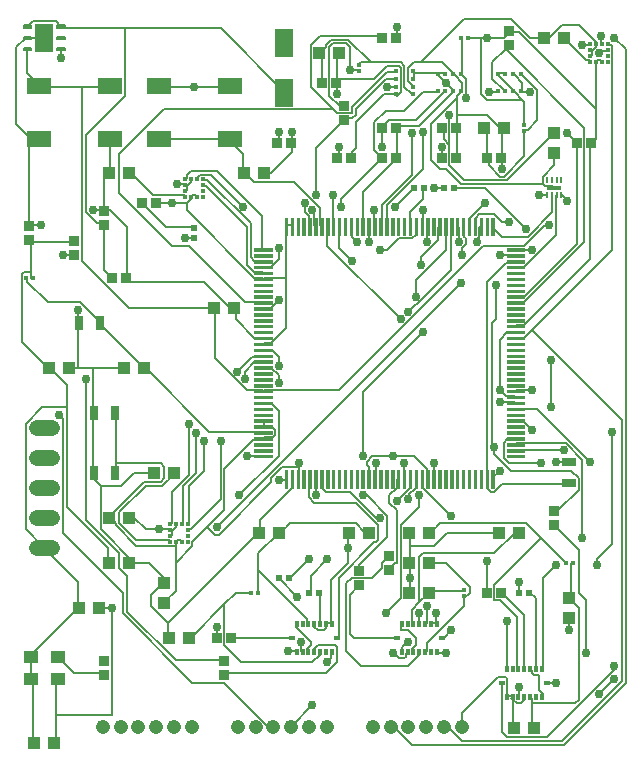
<source format=gtl>
G04 EAGLE Gerber RS-274X export*
G75*
%MOMM*%
%FSLAX34Y34*%
%LPD*%
%INTop Copper*%
%IPPOS*%
%AMOC8*
5,1,8,0,0,1.08239X$1,22.5*%
G01*
%ADD10R,0.350000X0.350000*%
%ADD11R,0.850000X0.900000*%
%ADD12R,1.100000X1.000000*%
%ADD13R,0.800000X1.200000*%
%ADD14R,1.000000X1.100000*%
%ADD15R,0.900000X0.850000*%
%ADD16R,0.600000X0.500000*%
%ADD17R,0.400000X0.380000*%
%ADD18R,0.380000X0.400000*%
%ADD19C,0.200000*%
%ADD20R,1.625000X2.365000*%
%ADD21R,0.560000X0.600000*%
%ADD22R,2.100000X1.400000*%
%ADD23C,1.320800*%
%ADD24R,1.550000X2.400000*%
%ADD25R,0.200000X0.500000*%
%ADD26R,1.200000X0.400000*%
%ADD27R,0.375000X0.350000*%
%ADD28R,0.350000X0.375000*%
%ADD29R,0.350000X0.590000*%
%ADD30R,0.590000X0.350000*%
%ADD31C,0.070000*%
%ADD32R,1.300000X1.100000*%
%ADD33C,1.208000*%
%ADD34R,1.200000X0.800000*%
%ADD35C,0.152400*%
%ADD36C,0.756400*%


D10*
X390750Y589650D03*
X384250Y589650D03*
X377750Y589650D03*
X371250Y589650D03*
X371250Y604150D03*
X377750Y604150D03*
X384250Y604150D03*
X390750Y604150D03*
X335650Y587150D03*
X335650Y593650D03*
X335650Y600150D03*
X335650Y606650D03*
X350150Y606650D03*
X350150Y600150D03*
X350150Y593650D03*
X350150Y587150D03*
X441550Y589650D03*
X435050Y589650D03*
X428550Y589650D03*
X422050Y589650D03*
X422050Y604150D03*
X428550Y604150D03*
X435050Y604150D03*
X441550Y604150D03*
D11*
X375200Y558800D03*
X386800Y558800D03*
X286300Y533400D03*
X297900Y533400D03*
D12*
X270900Y622300D03*
X287900Y622300D03*
D11*
X235500Y546100D03*
X247100Y546100D03*
D12*
X410600Y558800D03*
X427600Y558800D03*
X122800Y355600D03*
X105800Y355600D03*
X93100Y228600D03*
X110100Y228600D03*
X67700Y152400D03*
X84700Y152400D03*
X93100Y190500D03*
X110100Y190500D03*
X42300Y355600D03*
X59300Y355600D03*
D13*
X67200Y393700D03*
X85200Y393700D03*
D11*
X375200Y533400D03*
X386800Y533400D03*
D13*
X97900Y266700D03*
X79900Y266700D03*
X97900Y317500D03*
X79900Y317500D03*
D14*
X139700Y156600D03*
X139700Y173600D03*
D12*
X182000Y406400D03*
X199000Y406400D03*
D14*
X469900Y554600D03*
X469900Y537600D03*
D11*
X273600Y596900D03*
X285200Y596900D03*
X413300Y533400D03*
X424900Y533400D03*
X95800Y431800D03*
X107400Y431800D03*
D15*
X88900Y476800D03*
X88900Y488400D03*
X25400Y464100D03*
X25400Y475700D03*
X63500Y463000D03*
X63500Y451400D03*
D16*
X165100Y465400D03*
X165100Y474400D03*
D17*
X393700Y162290D03*
X393700Y167910D03*
D18*
X213090Y165100D03*
X218710Y165100D03*
X479790Y190500D03*
X485410Y190500D03*
X22590Y431800D03*
X28210Y431800D03*
D17*
X304800Y612410D03*
X304800Y606790D03*
X444500Y555990D03*
X444500Y561610D03*
D18*
X390890Y635000D03*
X396510Y635000D03*
D19*
X26950Y643500D02*
X20550Y643500D01*
X20550Y645500D01*
X26950Y645500D01*
X26950Y643500D01*
X26950Y645400D02*
X20550Y645400D01*
X20550Y634000D02*
X26950Y634000D01*
X20550Y634000D02*
X20550Y636000D01*
X26950Y636000D01*
X26950Y634000D01*
X26950Y635900D02*
X20550Y635900D01*
X20550Y624500D02*
X26950Y624500D01*
X20550Y624500D02*
X20550Y626500D01*
X26950Y626500D01*
X26950Y624500D01*
X26950Y626400D02*
X20550Y626400D01*
X49250Y626500D02*
X55650Y626500D01*
X55650Y624500D01*
X49250Y624500D01*
X49250Y626500D01*
X49250Y626400D02*
X55650Y626400D01*
X55650Y636000D02*
X49250Y636000D01*
X55650Y636000D02*
X55650Y634000D01*
X49250Y634000D01*
X49250Y636000D01*
X49250Y635900D02*
X55650Y635900D01*
X55650Y645500D02*
X49250Y645500D01*
X55650Y645500D02*
X55650Y643500D01*
X49250Y643500D01*
X49250Y645500D01*
X49250Y645400D02*
X55650Y645400D01*
D20*
X38100Y635000D03*
D11*
X324400Y533400D03*
X336000Y533400D03*
D15*
X88900Y95800D03*
X88900Y107400D03*
X292100Y565700D03*
X292100Y577300D03*
D11*
X489500Y546100D03*
X501100Y546100D03*
X184700Y127000D03*
X196300Y127000D03*
D15*
X431800Y629200D03*
X431800Y640800D03*
X190500Y107400D03*
X190500Y95800D03*
D11*
X413300Y165100D03*
X424900Y165100D03*
D15*
X304800Y183600D03*
X304800Y172000D03*
D21*
X245650Y177800D03*
X236950Y177800D03*
D11*
X324400Y558800D03*
X336000Y558800D03*
X121200Y495300D03*
X132800Y495300D03*
X324400Y635000D03*
X336000Y635000D03*
D12*
X207400Y520700D03*
X224400Y520700D03*
D21*
X351250Y508000D03*
X359950Y508000D03*
X385350Y508000D03*
X376650Y508000D03*
D22*
X135100Y594000D03*
X195100Y594000D03*
X135100Y549000D03*
X195100Y549000D03*
X33500Y594000D03*
X93500Y594000D03*
X33500Y549000D03*
X93500Y549000D03*
D23*
X44704Y304800D02*
X31496Y304800D01*
X31496Y279400D02*
X44704Y279400D01*
X44704Y254000D02*
X31496Y254000D01*
X31496Y228600D02*
X44704Y228600D01*
X44704Y203200D02*
X31496Y203200D01*
D24*
X241300Y588600D03*
X241300Y630600D03*
D25*
X463900Y501750D03*
X467900Y501750D03*
X471900Y501750D03*
X475900Y501750D03*
X475900Y514250D03*
X471900Y514250D03*
X467900Y514250D03*
X463900Y514250D03*
D26*
X469900Y508000D03*
D27*
X500375Y629800D03*
X500375Y624800D03*
X500375Y619800D03*
X500375Y614800D03*
D28*
X505500Y614675D03*
X510500Y614675D03*
D27*
X515625Y614800D03*
X515625Y619800D03*
X515625Y624800D03*
X515625Y629800D03*
D28*
X510500Y629925D03*
X505500Y629925D03*
D27*
X144775Y223400D03*
X144775Y218400D03*
X144775Y213400D03*
X144775Y208400D03*
D28*
X149900Y208275D03*
X154900Y208275D03*
D27*
X160025Y208400D03*
X160025Y213400D03*
X160025Y218400D03*
X160025Y223400D03*
D28*
X154900Y223525D03*
X149900Y223525D03*
D29*
X370600Y138650D03*
X365600Y138650D03*
X360600Y138650D03*
X355600Y138650D03*
X350600Y138650D03*
X345600Y138650D03*
X340600Y138650D03*
D30*
X336450Y127000D03*
D29*
X340600Y115350D03*
X345600Y115350D03*
X350600Y115350D03*
X355600Y115350D03*
X360600Y115350D03*
X365600Y115350D03*
X370600Y115350D03*
D30*
X374750Y127000D03*
D29*
X429500Y77250D03*
X434500Y77250D03*
X439500Y77250D03*
X444500Y77250D03*
X449500Y77250D03*
X454500Y77250D03*
X459500Y77250D03*
D30*
X463650Y88900D03*
D29*
X459500Y100550D03*
X454500Y100550D03*
X449500Y100550D03*
X444500Y100550D03*
X439500Y100550D03*
X434500Y100550D03*
X429500Y100550D03*
D30*
X425350Y88900D03*
D29*
X281700Y138650D03*
X276700Y138650D03*
X271700Y138650D03*
X266700Y138650D03*
X261700Y138650D03*
X256700Y138650D03*
X251700Y138650D03*
D30*
X247550Y127000D03*
D29*
X251700Y115350D03*
X256700Y115350D03*
X261700Y115350D03*
X266700Y115350D03*
X271700Y115350D03*
X276700Y115350D03*
X281700Y115350D03*
D30*
X285850Y127000D03*
D31*
X243750Y254050D02*
X243750Y268950D01*
X243750Y254050D02*
X241650Y254050D01*
X241650Y268950D01*
X243750Y268950D01*
X243750Y254715D02*
X241650Y254715D01*
X241650Y255380D02*
X243750Y255380D01*
X243750Y256045D02*
X241650Y256045D01*
X241650Y256710D02*
X243750Y256710D01*
X243750Y257375D02*
X241650Y257375D01*
X241650Y258040D02*
X243750Y258040D01*
X243750Y258705D02*
X241650Y258705D01*
X241650Y259370D02*
X243750Y259370D01*
X243750Y260035D02*
X241650Y260035D01*
X241650Y260700D02*
X243750Y260700D01*
X243750Y261365D02*
X241650Y261365D01*
X241650Y262030D02*
X243750Y262030D01*
X243750Y262695D02*
X241650Y262695D01*
X241650Y263360D02*
X243750Y263360D01*
X243750Y264025D02*
X241650Y264025D01*
X241650Y264690D02*
X243750Y264690D01*
X243750Y265355D02*
X241650Y265355D01*
X241650Y266020D02*
X243750Y266020D01*
X243750Y266685D02*
X241650Y266685D01*
X241650Y267350D02*
X243750Y267350D01*
X243750Y268015D02*
X241650Y268015D01*
X241650Y268680D02*
X243750Y268680D01*
X248750Y268950D02*
X248750Y254050D01*
X246650Y254050D01*
X246650Y268950D01*
X248750Y268950D01*
X248750Y254715D02*
X246650Y254715D01*
X246650Y255380D02*
X248750Y255380D01*
X248750Y256045D02*
X246650Y256045D01*
X246650Y256710D02*
X248750Y256710D01*
X248750Y257375D02*
X246650Y257375D01*
X246650Y258040D02*
X248750Y258040D01*
X248750Y258705D02*
X246650Y258705D01*
X246650Y259370D02*
X248750Y259370D01*
X248750Y260035D02*
X246650Y260035D01*
X246650Y260700D02*
X248750Y260700D01*
X248750Y261365D02*
X246650Y261365D01*
X246650Y262030D02*
X248750Y262030D01*
X248750Y262695D02*
X246650Y262695D01*
X246650Y263360D02*
X248750Y263360D01*
X248750Y264025D02*
X246650Y264025D01*
X246650Y264690D02*
X248750Y264690D01*
X248750Y265355D02*
X246650Y265355D01*
X246650Y266020D02*
X248750Y266020D01*
X248750Y266685D02*
X246650Y266685D01*
X246650Y267350D02*
X248750Y267350D01*
X248750Y268015D02*
X246650Y268015D01*
X246650Y268680D02*
X248750Y268680D01*
X253750Y268950D02*
X253750Y254050D01*
X251650Y254050D01*
X251650Y268950D01*
X253750Y268950D01*
X253750Y254715D02*
X251650Y254715D01*
X251650Y255380D02*
X253750Y255380D01*
X253750Y256045D02*
X251650Y256045D01*
X251650Y256710D02*
X253750Y256710D01*
X253750Y257375D02*
X251650Y257375D01*
X251650Y258040D02*
X253750Y258040D01*
X253750Y258705D02*
X251650Y258705D01*
X251650Y259370D02*
X253750Y259370D01*
X253750Y260035D02*
X251650Y260035D01*
X251650Y260700D02*
X253750Y260700D01*
X253750Y261365D02*
X251650Y261365D01*
X251650Y262030D02*
X253750Y262030D01*
X253750Y262695D02*
X251650Y262695D01*
X251650Y263360D02*
X253750Y263360D01*
X253750Y264025D02*
X251650Y264025D01*
X251650Y264690D02*
X253750Y264690D01*
X253750Y265355D02*
X251650Y265355D01*
X251650Y266020D02*
X253750Y266020D01*
X253750Y266685D02*
X251650Y266685D01*
X251650Y267350D02*
X253750Y267350D01*
X253750Y268015D02*
X251650Y268015D01*
X251650Y268680D02*
X253750Y268680D01*
X258750Y268950D02*
X258750Y254050D01*
X256650Y254050D01*
X256650Y268950D01*
X258750Y268950D01*
X258750Y254715D02*
X256650Y254715D01*
X256650Y255380D02*
X258750Y255380D01*
X258750Y256045D02*
X256650Y256045D01*
X256650Y256710D02*
X258750Y256710D01*
X258750Y257375D02*
X256650Y257375D01*
X256650Y258040D02*
X258750Y258040D01*
X258750Y258705D02*
X256650Y258705D01*
X256650Y259370D02*
X258750Y259370D01*
X258750Y260035D02*
X256650Y260035D01*
X256650Y260700D02*
X258750Y260700D01*
X258750Y261365D02*
X256650Y261365D01*
X256650Y262030D02*
X258750Y262030D01*
X258750Y262695D02*
X256650Y262695D01*
X256650Y263360D02*
X258750Y263360D01*
X258750Y264025D02*
X256650Y264025D01*
X256650Y264690D02*
X258750Y264690D01*
X258750Y265355D02*
X256650Y265355D01*
X256650Y266020D02*
X258750Y266020D01*
X258750Y266685D02*
X256650Y266685D01*
X256650Y267350D02*
X258750Y267350D01*
X258750Y268015D02*
X256650Y268015D01*
X256650Y268680D02*
X258750Y268680D01*
X263750Y268950D02*
X263750Y254050D01*
X261650Y254050D01*
X261650Y268950D01*
X263750Y268950D01*
X263750Y254715D02*
X261650Y254715D01*
X261650Y255380D02*
X263750Y255380D01*
X263750Y256045D02*
X261650Y256045D01*
X261650Y256710D02*
X263750Y256710D01*
X263750Y257375D02*
X261650Y257375D01*
X261650Y258040D02*
X263750Y258040D01*
X263750Y258705D02*
X261650Y258705D01*
X261650Y259370D02*
X263750Y259370D01*
X263750Y260035D02*
X261650Y260035D01*
X261650Y260700D02*
X263750Y260700D01*
X263750Y261365D02*
X261650Y261365D01*
X261650Y262030D02*
X263750Y262030D01*
X263750Y262695D02*
X261650Y262695D01*
X261650Y263360D02*
X263750Y263360D01*
X263750Y264025D02*
X261650Y264025D01*
X261650Y264690D02*
X263750Y264690D01*
X263750Y265355D02*
X261650Y265355D01*
X261650Y266020D02*
X263750Y266020D01*
X263750Y266685D02*
X261650Y266685D01*
X261650Y267350D02*
X263750Y267350D01*
X263750Y268015D02*
X261650Y268015D01*
X261650Y268680D02*
X263750Y268680D01*
X268750Y268950D02*
X268750Y254050D01*
X266650Y254050D01*
X266650Y268950D01*
X268750Y268950D01*
X268750Y254715D02*
X266650Y254715D01*
X266650Y255380D02*
X268750Y255380D01*
X268750Y256045D02*
X266650Y256045D01*
X266650Y256710D02*
X268750Y256710D01*
X268750Y257375D02*
X266650Y257375D01*
X266650Y258040D02*
X268750Y258040D01*
X268750Y258705D02*
X266650Y258705D01*
X266650Y259370D02*
X268750Y259370D01*
X268750Y260035D02*
X266650Y260035D01*
X266650Y260700D02*
X268750Y260700D01*
X268750Y261365D02*
X266650Y261365D01*
X266650Y262030D02*
X268750Y262030D01*
X268750Y262695D02*
X266650Y262695D01*
X266650Y263360D02*
X268750Y263360D01*
X268750Y264025D02*
X266650Y264025D01*
X266650Y264690D02*
X268750Y264690D01*
X268750Y265355D02*
X266650Y265355D01*
X266650Y266020D02*
X268750Y266020D01*
X268750Y266685D02*
X266650Y266685D01*
X266650Y267350D02*
X268750Y267350D01*
X268750Y268015D02*
X266650Y268015D01*
X266650Y268680D02*
X268750Y268680D01*
X273750Y268950D02*
X273750Y254050D01*
X271650Y254050D01*
X271650Y268950D01*
X273750Y268950D01*
X273750Y254715D02*
X271650Y254715D01*
X271650Y255380D02*
X273750Y255380D01*
X273750Y256045D02*
X271650Y256045D01*
X271650Y256710D02*
X273750Y256710D01*
X273750Y257375D02*
X271650Y257375D01*
X271650Y258040D02*
X273750Y258040D01*
X273750Y258705D02*
X271650Y258705D01*
X271650Y259370D02*
X273750Y259370D01*
X273750Y260035D02*
X271650Y260035D01*
X271650Y260700D02*
X273750Y260700D01*
X273750Y261365D02*
X271650Y261365D01*
X271650Y262030D02*
X273750Y262030D01*
X273750Y262695D02*
X271650Y262695D01*
X271650Y263360D02*
X273750Y263360D01*
X273750Y264025D02*
X271650Y264025D01*
X271650Y264690D02*
X273750Y264690D01*
X273750Y265355D02*
X271650Y265355D01*
X271650Y266020D02*
X273750Y266020D01*
X273750Y266685D02*
X271650Y266685D01*
X271650Y267350D02*
X273750Y267350D01*
X273750Y268015D02*
X271650Y268015D01*
X271650Y268680D02*
X273750Y268680D01*
X278750Y268950D02*
X278750Y254050D01*
X276650Y254050D01*
X276650Y268950D01*
X278750Y268950D01*
X278750Y254715D02*
X276650Y254715D01*
X276650Y255380D02*
X278750Y255380D01*
X278750Y256045D02*
X276650Y256045D01*
X276650Y256710D02*
X278750Y256710D01*
X278750Y257375D02*
X276650Y257375D01*
X276650Y258040D02*
X278750Y258040D01*
X278750Y258705D02*
X276650Y258705D01*
X276650Y259370D02*
X278750Y259370D01*
X278750Y260035D02*
X276650Y260035D01*
X276650Y260700D02*
X278750Y260700D01*
X278750Y261365D02*
X276650Y261365D01*
X276650Y262030D02*
X278750Y262030D01*
X278750Y262695D02*
X276650Y262695D01*
X276650Y263360D02*
X278750Y263360D01*
X278750Y264025D02*
X276650Y264025D01*
X276650Y264690D02*
X278750Y264690D01*
X278750Y265355D02*
X276650Y265355D01*
X276650Y266020D02*
X278750Y266020D01*
X278750Y266685D02*
X276650Y266685D01*
X276650Y267350D02*
X278750Y267350D01*
X278750Y268015D02*
X276650Y268015D01*
X276650Y268680D02*
X278750Y268680D01*
X283750Y268950D02*
X283750Y254050D01*
X281650Y254050D01*
X281650Y268950D01*
X283750Y268950D01*
X283750Y254715D02*
X281650Y254715D01*
X281650Y255380D02*
X283750Y255380D01*
X283750Y256045D02*
X281650Y256045D01*
X281650Y256710D02*
X283750Y256710D01*
X283750Y257375D02*
X281650Y257375D01*
X281650Y258040D02*
X283750Y258040D01*
X283750Y258705D02*
X281650Y258705D01*
X281650Y259370D02*
X283750Y259370D01*
X283750Y260035D02*
X281650Y260035D01*
X281650Y260700D02*
X283750Y260700D01*
X283750Y261365D02*
X281650Y261365D01*
X281650Y262030D02*
X283750Y262030D01*
X283750Y262695D02*
X281650Y262695D01*
X281650Y263360D02*
X283750Y263360D01*
X283750Y264025D02*
X281650Y264025D01*
X281650Y264690D02*
X283750Y264690D01*
X283750Y265355D02*
X281650Y265355D01*
X281650Y266020D02*
X283750Y266020D01*
X283750Y266685D02*
X281650Y266685D01*
X281650Y267350D02*
X283750Y267350D01*
X283750Y268015D02*
X281650Y268015D01*
X281650Y268680D02*
X283750Y268680D01*
X288750Y268950D02*
X288750Y254050D01*
X286650Y254050D01*
X286650Y268950D01*
X288750Y268950D01*
X288750Y254715D02*
X286650Y254715D01*
X286650Y255380D02*
X288750Y255380D01*
X288750Y256045D02*
X286650Y256045D01*
X286650Y256710D02*
X288750Y256710D01*
X288750Y257375D02*
X286650Y257375D01*
X286650Y258040D02*
X288750Y258040D01*
X288750Y258705D02*
X286650Y258705D01*
X286650Y259370D02*
X288750Y259370D01*
X288750Y260035D02*
X286650Y260035D01*
X286650Y260700D02*
X288750Y260700D01*
X288750Y261365D02*
X286650Y261365D01*
X286650Y262030D02*
X288750Y262030D01*
X288750Y262695D02*
X286650Y262695D01*
X286650Y263360D02*
X288750Y263360D01*
X288750Y264025D02*
X286650Y264025D01*
X286650Y264690D02*
X288750Y264690D01*
X288750Y265355D02*
X286650Y265355D01*
X286650Y266020D02*
X288750Y266020D01*
X288750Y266685D02*
X286650Y266685D01*
X286650Y267350D02*
X288750Y267350D01*
X288750Y268015D02*
X286650Y268015D01*
X286650Y268680D02*
X288750Y268680D01*
X293750Y268950D02*
X293750Y254050D01*
X291650Y254050D01*
X291650Y268950D01*
X293750Y268950D01*
X293750Y254715D02*
X291650Y254715D01*
X291650Y255380D02*
X293750Y255380D01*
X293750Y256045D02*
X291650Y256045D01*
X291650Y256710D02*
X293750Y256710D01*
X293750Y257375D02*
X291650Y257375D01*
X291650Y258040D02*
X293750Y258040D01*
X293750Y258705D02*
X291650Y258705D01*
X291650Y259370D02*
X293750Y259370D01*
X293750Y260035D02*
X291650Y260035D01*
X291650Y260700D02*
X293750Y260700D01*
X293750Y261365D02*
X291650Y261365D01*
X291650Y262030D02*
X293750Y262030D01*
X293750Y262695D02*
X291650Y262695D01*
X291650Y263360D02*
X293750Y263360D01*
X293750Y264025D02*
X291650Y264025D01*
X291650Y264690D02*
X293750Y264690D01*
X293750Y265355D02*
X291650Y265355D01*
X291650Y266020D02*
X293750Y266020D01*
X293750Y266685D02*
X291650Y266685D01*
X291650Y267350D02*
X293750Y267350D01*
X293750Y268015D02*
X291650Y268015D01*
X291650Y268680D02*
X293750Y268680D01*
X298750Y268950D02*
X298750Y254050D01*
X296650Y254050D01*
X296650Y268950D01*
X298750Y268950D01*
X298750Y254715D02*
X296650Y254715D01*
X296650Y255380D02*
X298750Y255380D01*
X298750Y256045D02*
X296650Y256045D01*
X296650Y256710D02*
X298750Y256710D01*
X298750Y257375D02*
X296650Y257375D01*
X296650Y258040D02*
X298750Y258040D01*
X298750Y258705D02*
X296650Y258705D01*
X296650Y259370D02*
X298750Y259370D01*
X298750Y260035D02*
X296650Y260035D01*
X296650Y260700D02*
X298750Y260700D01*
X298750Y261365D02*
X296650Y261365D01*
X296650Y262030D02*
X298750Y262030D01*
X298750Y262695D02*
X296650Y262695D01*
X296650Y263360D02*
X298750Y263360D01*
X298750Y264025D02*
X296650Y264025D01*
X296650Y264690D02*
X298750Y264690D01*
X298750Y265355D02*
X296650Y265355D01*
X296650Y266020D02*
X298750Y266020D01*
X298750Y266685D02*
X296650Y266685D01*
X296650Y267350D02*
X298750Y267350D01*
X298750Y268015D02*
X296650Y268015D01*
X296650Y268680D02*
X298750Y268680D01*
X303750Y268950D02*
X303750Y254050D01*
X301650Y254050D01*
X301650Y268950D01*
X303750Y268950D01*
X303750Y254715D02*
X301650Y254715D01*
X301650Y255380D02*
X303750Y255380D01*
X303750Y256045D02*
X301650Y256045D01*
X301650Y256710D02*
X303750Y256710D01*
X303750Y257375D02*
X301650Y257375D01*
X301650Y258040D02*
X303750Y258040D01*
X303750Y258705D02*
X301650Y258705D01*
X301650Y259370D02*
X303750Y259370D01*
X303750Y260035D02*
X301650Y260035D01*
X301650Y260700D02*
X303750Y260700D01*
X303750Y261365D02*
X301650Y261365D01*
X301650Y262030D02*
X303750Y262030D01*
X303750Y262695D02*
X301650Y262695D01*
X301650Y263360D02*
X303750Y263360D01*
X303750Y264025D02*
X301650Y264025D01*
X301650Y264690D02*
X303750Y264690D01*
X303750Y265355D02*
X301650Y265355D01*
X301650Y266020D02*
X303750Y266020D01*
X303750Y266685D02*
X301650Y266685D01*
X301650Y267350D02*
X303750Y267350D01*
X303750Y268015D02*
X301650Y268015D01*
X301650Y268680D02*
X303750Y268680D01*
X308750Y268950D02*
X308750Y254050D01*
X306650Y254050D01*
X306650Y268950D01*
X308750Y268950D01*
X308750Y254715D02*
X306650Y254715D01*
X306650Y255380D02*
X308750Y255380D01*
X308750Y256045D02*
X306650Y256045D01*
X306650Y256710D02*
X308750Y256710D01*
X308750Y257375D02*
X306650Y257375D01*
X306650Y258040D02*
X308750Y258040D01*
X308750Y258705D02*
X306650Y258705D01*
X306650Y259370D02*
X308750Y259370D01*
X308750Y260035D02*
X306650Y260035D01*
X306650Y260700D02*
X308750Y260700D01*
X308750Y261365D02*
X306650Y261365D01*
X306650Y262030D02*
X308750Y262030D01*
X308750Y262695D02*
X306650Y262695D01*
X306650Y263360D02*
X308750Y263360D01*
X308750Y264025D02*
X306650Y264025D01*
X306650Y264690D02*
X308750Y264690D01*
X308750Y265355D02*
X306650Y265355D01*
X306650Y266020D02*
X308750Y266020D01*
X308750Y266685D02*
X306650Y266685D01*
X306650Y267350D02*
X308750Y267350D01*
X308750Y268015D02*
X306650Y268015D01*
X306650Y268680D02*
X308750Y268680D01*
X313750Y268950D02*
X313750Y254050D01*
X311650Y254050D01*
X311650Y268950D01*
X313750Y268950D01*
X313750Y254715D02*
X311650Y254715D01*
X311650Y255380D02*
X313750Y255380D01*
X313750Y256045D02*
X311650Y256045D01*
X311650Y256710D02*
X313750Y256710D01*
X313750Y257375D02*
X311650Y257375D01*
X311650Y258040D02*
X313750Y258040D01*
X313750Y258705D02*
X311650Y258705D01*
X311650Y259370D02*
X313750Y259370D01*
X313750Y260035D02*
X311650Y260035D01*
X311650Y260700D02*
X313750Y260700D01*
X313750Y261365D02*
X311650Y261365D01*
X311650Y262030D02*
X313750Y262030D01*
X313750Y262695D02*
X311650Y262695D01*
X311650Y263360D02*
X313750Y263360D01*
X313750Y264025D02*
X311650Y264025D01*
X311650Y264690D02*
X313750Y264690D01*
X313750Y265355D02*
X311650Y265355D01*
X311650Y266020D02*
X313750Y266020D01*
X313750Y266685D02*
X311650Y266685D01*
X311650Y267350D02*
X313750Y267350D01*
X313750Y268015D02*
X311650Y268015D01*
X311650Y268680D02*
X313750Y268680D01*
X318750Y268950D02*
X318750Y254050D01*
X316650Y254050D01*
X316650Y268950D01*
X318750Y268950D01*
X318750Y254715D02*
X316650Y254715D01*
X316650Y255380D02*
X318750Y255380D01*
X318750Y256045D02*
X316650Y256045D01*
X316650Y256710D02*
X318750Y256710D01*
X318750Y257375D02*
X316650Y257375D01*
X316650Y258040D02*
X318750Y258040D01*
X318750Y258705D02*
X316650Y258705D01*
X316650Y259370D02*
X318750Y259370D01*
X318750Y260035D02*
X316650Y260035D01*
X316650Y260700D02*
X318750Y260700D01*
X318750Y261365D02*
X316650Y261365D01*
X316650Y262030D02*
X318750Y262030D01*
X318750Y262695D02*
X316650Y262695D01*
X316650Y263360D02*
X318750Y263360D01*
X318750Y264025D02*
X316650Y264025D01*
X316650Y264690D02*
X318750Y264690D01*
X318750Y265355D02*
X316650Y265355D01*
X316650Y266020D02*
X318750Y266020D01*
X318750Y266685D02*
X316650Y266685D01*
X316650Y267350D02*
X318750Y267350D01*
X318750Y268015D02*
X316650Y268015D01*
X316650Y268680D02*
X318750Y268680D01*
X323750Y268950D02*
X323750Y254050D01*
X321650Y254050D01*
X321650Y268950D01*
X323750Y268950D01*
X323750Y254715D02*
X321650Y254715D01*
X321650Y255380D02*
X323750Y255380D01*
X323750Y256045D02*
X321650Y256045D01*
X321650Y256710D02*
X323750Y256710D01*
X323750Y257375D02*
X321650Y257375D01*
X321650Y258040D02*
X323750Y258040D01*
X323750Y258705D02*
X321650Y258705D01*
X321650Y259370D02*
X323750Y259370D01*
X323750Y260035D02*
X321650Y260035D01*
X321650Y260700D02*
X323750Y260700D01*
X323750Y261365D02*
X321650Y261365D01*
X321650Y262030D02*
X323750Y262030D01*
X323750Y262695D02*
X321650Y262695D01*
X321650Y263360D02*
X323750Y263360D01*
X323750Y264025D02*
X321650Y264025D01*
X321650Y264690D02*
X323750Y264690D01*
X323750Y265355D02*
X321650Y265355D01*
X321650Y266020D02*
X323750Y266020D01*
X323750Y266685D02*
X321650Y266685D01*
X321650Y267350D02*
X323750Y267350D01*
X323750Y268015D02*
X321650Y268015D01*
X321650Y268680D02*
X323750Y268680D01*
X328750Y268950D02*
X328750Y254050D01*
X326650Y254050D01*
X326650Y268950D01*
X328750Y268950D01*
X328750Y254715D02*
X326650Y254715D01*
X326650Y255380D02*
X328750Y255380D01*
X328750Y256045D02*
X326650Y256045D01*
X326650Y256710D02*
X328750Y256710D01*
X328750Y257375D02*
X326650Y257375D01*
X326650Y258040D02*
X328750Y258040D01*
X328750Y258705D02*
X326650Y258705D01*
X326650Y259370D02*
X328750Y259370D01*
X328750Y260035D02*
X326650Y260035D01*
X326650Y260700D02*
X328750Y260700D01*
X328750Y261365D02*
X326650Y261365D01*
X326650Y262030D02*
X328750Y262030D01*
X328750Y262695D02*
X326650Y262695D01*
X326650Y263360D02*
X328750Y263360D01*
X328750Y264025D02*
X326650Y264025D01*
X326650Y264690D02*
X328750Y264690D01*
X328750Y265355D02*
X326650Y265355D01*
X326650Y266020D02*
X328750Y266020D01*
X328750Y266685D02*
X326650Y266685D01*
X326650Y267350D02*
X328750Y267350D01*
X328750Y268015D02*
X326650Y268015D01*
X326650Y268680D02*
X328750Y268680D01*
X333750Y268950D02*
X333750Y254050D01*
X331650Y254050D01*
X331650Y268950D01*
X333750Y268950D01*
X333750Y254715D02*
X331650Y254715D01*
X331650Y255380D02*
X333750Y255380D01*
X333750Y256045D02*
X331650Y256045D01*
X331650Y256710D02*
X333750Y256710D01*
X333750Y257375D02*
X331650Y257375D01*
X331650Y258040D02*
X333750Y258040D01*
X333750Y258705D02*
X331650Y258705D01*
X331650Y259370D02*
X333750Y259370D01*
X333750Y260035D02*
X331650Y260035D01*
X331650Y260700D02*
X333750Y260700D01*
X333750Y261365D02*
X331650Y261365D01*
X331650Y262030D02*
X333750Y262030D01*
X333750Y262695D02*
X331650Y262695D01*
X331650Y263360D02*
X333750Y263360D01*
X333750Y264025D02*
X331650Y264025D01*
X331650Y264690D02*
X333750Y264690D01*
X333750Y265355D02*
X331650Y265355D01*
X331650Y266020D02*
X333750Y266020D01*
X333750Y266685D02*
X331650Y266685D01*
X331650Y267350D02*
X333750Y267350D01*
X333750Y268015D02*
X331650Y268015D01*
X331650Y268680D02*
X333750Y268680D01*
X338750Y268950D02*
X338750Y254050D01*
X336650Y254050D01*
X336650Y268950D01*
X338750Y268950D01*
X338750Y254715D02*
X336650Y254715D01*
X336650Y255380D02*
X338750Y255380D01*
X338750Y256045D02*
X336650Y256045D01*
X336650Y256710D02*
X338750Y256710D01*
X338750Y257375D02*
X336650Y257375D01*
X336650Y258040D02*
X338750Y258040D01*
X338750Y258705D02*
X336650Y258705D01*
X336650Y259370D02*
X338750Y259370D01*
X338750Y260035D02*
X336650Y260035D01*
X336650Y260700D02*
X338750Y260700D01*
X338750Y261365D02*
X336650Y261365D01*
X336650Y262030D02*
X338750Y262030D01*
X338750Y262695D02*
X336650Y262695D01*
X336650Y263360D02*
X338750Y263360D01*
X338750Y264025D02*
X336650Y264025D01*
X336650Y264690D02*
X338750Y264690D01*
X338750Y265355D02*
X336650Y265355D01*
X336650Y266020D02*
X338750Y266020D01*
X338750Y266685D02*
X336650Y266685D01*
X336650Y267350D02*
X338750Y267350D01*
X338750Y268015D02*
X336650Y268015D01*
X336650Y268680D02*
X338750Y268680D01*
X343750Y268950D02*
X343750Y254050D01*
X341650Y254050D01*
X341650Y268950D01*
X343750Y268950D01*
X343750Y254715D02*
X341650Y254715D01*
X341650Y255380D02*
X343750Y255380D01*
X343750Y256045D02*
X341650Y256045D01*
X341650Y256710D02*
X343750Y256710D01*
X343750Y257375D02*
X341650Y257375D01*
X341650Y258040D02*
X343750Y258040D01*
X343750Y258705D02*
X341650Y258705D01*
X341650Y259370D02*
X343750Y259370D01*
X343750Y260035D02*
X341650Y260035D01*
X341650Y260700D02*
X343750Y260700D01*
X343750Y261365D02*
X341650Y261365D01*
X341650Y262030D02*
X343750Y262030D01*
X343750Y262695D02*
X341650Y262695D01*
X341650Y263360D02*
X343750Y263360D01*
X343750Y264025D02*
X341650Y264025D01*
X341650Y264690D02*
X343750Y264690D01*
X343750Y265355D02*
X341650Y265355D01*
X341650Y266020D02*
X343750Y266020D01*
X343750Y266685D02*
X341650Y266685D01*
X341650Y267350D02*
X343750Y267350D01*
X343750Y268015D02*
X341650Y268015D01*
X341650Y268680D02*
X343750Y268680D01*
X348750Y268950D02*
X348750Y254050D01*
X346650Y254050D01*
X346650Y268950D01*
X348750Y268950D01*
X348750Y254715D02*
X346650Y254715D01*
X346650Y255380D02*
X348750Y255380D01*
X348750Y256045D02*
X346650Y256045D01*
X346650Y256710D02*
X348750Y256710D01*
X348750Y257375D02*
X346650Y257375D01*
X346650Y258040D02*
X348750Y258040D01*
X348750Y258705D02*
X346650Y258705D01*
X346650Y259370D02*
X348750Y259370D01*
X348750Y260035D02*
X346650Y260035D01*
X346650Y260700D02*
X348750Y260700D01*
X348750Y261365D02*
X346650Y261365D01*
X346650Y262030D02*
X348750Y262030D01*
X348750Y262695D02*
X346650Y262695D01*
X346650Y263360D02*
X348750Y263360D01*
X348750Y264025D02*
X346650Y264025D01*
X346650Y264690D02*
X348750Y264690D01*
X348750Y265355D02*
X346650Y265355D01*
X346650Y266020D02*
X348750Y266020D01*
X348750Y266685D02*
X346650Y266685D01*
X346650Y267350D02*
X348750Y267350D01*
X348750Y268015D02*
X346650Y268015D01*
X346650Y268680D02*
X348750Y268680D01*
X353750Y268950D02*
X353750Y254050D01*
X351650Y254050D01*
X351650Y268950D01*
X353750Y268950D01*
X353750Y254715D02*
X351650Y254715D01*
X351650Y255380D02*
X353750Y255380D01*
X353750Y256045D02*
X351650Y256045D01*
X351650Y256710D02*
X353750Y256710D01*
X353750Y257375D02*
X351650Y257375D01*
X351650Y258040D02*
X353750Y258040D01*
X353750Y258705D02*
X351650Y258705D01*
X351650Y259370D02*
X353750Y259370D01*
X353750Y260035D02*
X351650Y260035D01*
X351650Y260700D02*
X353750Y260700D01*
X353750Y261365D02*
X351650Y261365D01*
X351650Y262030D02*
X353750Y262030D01*
X353750Y262695D02*
X351650Y262695D01*
X351650Y263360D02*
X353750Y263360D01*
X353750Y264025D02*
X351650Y264025D01*
X351650Y264690D02*
X353750Y264690D01*
X353750Y265355D02*
X351650Y265355D01*
X351650Y266020D02*
X353750Y266020D01*
X353750Y266685D02*
X351650Y266685D01*
X351650Y267350D02*
X353750Y267350D01*
X353750Y268015D02*
X351650Y268015D01*
X351650Y268680D02*
X353750Y268680D01*
X358750Y268950D02*
X358750Y254050D01*
X356650Y254050D01*
X356650Y268950D01*
X358750Y268950D01*
X358750Y254715D02*
X356650Y254715D01*
X356650Y255380D02*
X358750Y255380D01*
X358750Y256045D02*
X356650Y256045D01*
X356650Y256710D02*
X358750Y256710D01*
X358750Y257375D02*
X356650Y257375D01*
X356650Y258040D02*
X358750Y258040D01*
X358750Y258705D02*
X356650Y258705D01*
X356650Y259370D02*
X358750Y259370D01*
X358750Y260035D02*
X356650Y260035D01*
X356650Y260700D02*
X358750Y260700D01*
X358750Y261365D02*
X356650Y261365D01*
X356650Y262030D02*
X358750Y262030D01*
X358750Y262695D02*
X356650Y262695D01*
X356650Y263360D02*
X358750Y263360D01*
X358750Y264025D02*
X356650Y264025D01*
X356650Y264690D02*
X358750Y264690D01*
X358750Y265355D02*
X356650Y265355D01*
X356650Y266020D02*
X358750Y266020D01*
X358750Y266685D02*
X356650Y266685D01*
X356650Y267350D02*
X358750Y267350D01*
X358750Y268015D02*
X356650Y268015D01*
X356650Y268680D02*
X358750Y268680D01*
X363750Y268950D02*
X363750Y254050D01*
X361650Y254050D01*
X361650Y268950D01*
X363750Y268950D01*
X363750Y254715D02*
X361650Y254715D01*
X361650Y255380D02*
X363750Y255380D01*
X363750Y256045D02*
X361650Y256045D01*
X361650Y256710D02*
X363750Y256710D01*
X363750Y257375D02*
X361650Y257375D01*
X361650Y258040D02*
X363750Y258040D01*
X363750Y258705D02*
X361650Y258705D01*
X361650Y259370D02*
X363750Y259370D01*
X363750Y260035D02*
X361650Y260035D01*
X361650Y260700D02*
X363750Y260700D01*
X363750Y261365D02*
X361650Y261365D01*
X361650Y262030D02*
X363750Y262030D01*
X363750Y262695D02*
X361650Y262695D01*
X361650Y263360D02*
X363750Y263360D01*
X363750Y264025D02*
X361650Y264025D01*
X361650Y264690D02*
X363750Y264690D01*
X363750Y265355D02*
X361650Y265355D01*
X361650Y266020D02*
X363750Y266020D01*
X363750Y266685D02*
X361650Y266685D01*
X361650Y267350D02*
X363750Y267350D01*
X363750Y268015D02*
X361650Y268015D01*
X361650Y268680D02*
X363750Y268680D01*
X368750Y268950D02*
X368750Y254050D01*
X366650Y254050D01*
X366650Y268950D01*
X368750Y268950D01*
X368750Y254715D02*
X366650Y254715D01*
X366650Y255380D02*
X368750Y255380D01*
X368750Y256045D02*
X366650Y256045D01*
X366650Y256710D02*
X368750Y256710D01*
X368750Y257375D02*
X366650Y257375D01*
X366650Y258040D02*
X368750Y258040D01*
X368750Y258705D02*
X366650Y258705D01*
X366650Y259370D02*
X368750Y259370D01*
X368750Y260035D02*
X366650Y260035D01*
X366650Y260700D02*
X368750Y260700D01*
X368750Y261365D02*
X366650Y261365D01*
X366650Y262030D02*
X368750Y262030D01*
X368750Y262695D02*
X366650Y262695D01*
X366650Y263360D02*
X368750Y263360D01*
X368750Y264025D02*
X366650Y264025D01*
X366650Y264690D02*
X368750Y264690D01*
X368750Y265355D02*
X366650Y265355D01*
X366650Y266020D02*
X368750Y266020D01*
X368750Y266685D02*
X366650Y266685D01*
X366650Y267350D02*
X368750Y267350D01*
X368750Y268015D02*
X366650Y268015D01*
X366650Y268680D02*
X368750Y268680D01*
X373750Y268950D02*
X373750Y254050D01*
X371650Y254050D01*
X371650Y268950D01*
X373750Y268950D01*
X373750Y254715D02*
X371650Y254715D01*
X371650Y255380D02*
X373750Y255380D01*
X373750Y256045D02*
X371650Y256045D01*
X371650Y256710D02*
X373750Y256710D01*
X373750Y257375D02*
X371650Y257375D01*
X371650Y258040D02*
X373750Y258040D01*
X373750Y258705D02*
X371650Y258705D01*
X371650Y259370D02*
X373750Y259370D01*
X373750Y260035D02*
X371650Y260035D01*
X371650Y260700D02*
X373750Y260700D01*
X373750Y261365D02*
X371650Y261365D01*
X371650Y262030D02*
X373750Y262030D01*
X373750Y262695D02*
X371650Y262695D01*
X371650Y263360D02*
X373750Y263360D01*
X373750Y264025D02*
X371650Y264025D01*
X371650Y264690D02*
X373750Y264690D01*
X373750Y265355D02*
X371650Y265355D01*
X371650Y266020D02*
X373750Y266020D01*
X373750Y266685D02*
X371650Y266685D01*
X371650Y267350D02*
X373750Y267350D01*
X373750Y268015D02*
X371650Y268015D01*
X371650Y268680D02*
X373750Y268680D01*
X378750Y268950D02*
X378750Y254050D01*
X376650Y254050D01*
X376650Y268950D01*
X378750Y268950D01*
X378750Y254715D02*
X376650Y254715D01*
X376650Y255380D02*
X378750Y255380D01*
X378750Y256045D02*
X376650Y256045D01*
X376650Y256710D02*
X378750Y256710D01*
X378750Y257375D02*
X376650Y257375D01*
X376650Y258040D02*
X378750Y258040D01*
X378750Y258705D02*
X376650Y258705D01*
X376650Y259370D02*
X378750Y259370D01*
X378750Y260035D02*
X376650Y260035D01*
X376650Y260700D02*
X378750Y260700D01*
X378750Y261365D02*
X376650Y261365D01*
X376650Y262030D02*
X378750Y262030D01*
X378750Y262695D02*
X376650Y262695D01*
X376650Y263360D02*
X378750Y263360D01*
X378750Y264025D02*
X376650Y264025D01*
X376650Y264690D02*
X378750Y264690D01*
X378750Y265355D02*
X376650Y265355D01*
X376650Y266020D02*
X378750Y266020D01*
X378750Y266685D02*
X376650Y266685D01*
X376650Y267350D02*
X378750Y267350D01*
X378750Y268015D02*
X376650Y268015D01*
X376650Y268680D02*
X378750Y268680D01*
X383750Y268950D02*
X383750Y254050D01*
X381650Y254050D01*
X381650Y268950D01*
X383750Y268950D01*
X383750Y254715D02*
X381650Y254715D01*
X381650Y255380D02*
X383750Y255380D01*
X383750Y256045D02*
X381650Y256045D01*
X381650Y256710D02*
X383750Y256710D01*
X383750Y257375D02*
X381650Y257375D01*
X381650Y258040D02*
X383750Y258040D01*
X383750Y258705D02*
X381650Y258705D01*
X381650Y259370D02*
X383750Y259370D01*
X383750Y260035D02*
X381650Y260035D01*
X381650Y260700D02*
X383750Y260700D01*
X383750Y261365D02*
X381650Y261365D01*
X381650Y262030D02*
X383750Y262030D01*
X383750Y262695D02*
X381650Y262695D01*
X381650Y263360D02*
X383750Y263360D01*
X383750Y264025D02*
X381650Y264025D01*
X381650Y264690D02*
X383750Y264690D01*
X383750Y265355D02*
X381650Y265355D01*
X381650Y266020D02*
X383750Y266020D01*
X383750Y266685D02*
X381650Y266685D01*
X381650Y267350D02*
X383750Y267350D01*
X383750Y268015D02*
X381650Y268015D01*
X381650Y268680D02*
X383750Y268680D01*
X388750Y268950D02*
X388750Y254050D01*
X386650Y254050D01*
X386650Y268950D01*
X388750Y268950D01*
X388750Y254715D02*
X386650Y254715D01*
X386650Y255380D02*
X388750Y255380D01*
X388750Y256045D02*
X386650Y256045D01*
X386650Y256710D02*
X388750Y256710D01*
X388750Y257375D02*
X386650Y257375D01*
X386650Y258040D02*
X388750Y258040D01*
X388750Y258705D02*
X386650Y258705D01*
X386650Y259370D02*
X388750Y259370D01*
X388750Y260035D02*
X386650Y260035D01*
X386650Y260700D02*
X388750Y260700D01*
X388750Y261365D02*
X386650Y261365D01*
X386650Y262030D02*
X388750Y262030D01*
X388750Y262695D02*
X386650Y262695D01*
X386650Y263360D02*
X388750Y263360D01*
X388750Y264025D02*
X386650Y264025D01*
X386650Y264690D02*
X388750Y264690D01*
X388750Y265355D02*
X386650Y265355D01*
X386650Y266020D02*
X388750Y266020D01*
X388750Y266685D02*
X386650Y266685D01*
X386650Y267350D02*
X388750Y267350D01*
X388750Y268015D02*
X386650Y268015D01*
X386650Y268680D02*
X388750Y268680D01*
X393750Y268950D02*
X393750Y254050D01*
X391650Y254050D01*
X391650Y268950D01*
X393750Y268950D01*
X393750Y254715D02*
X391650Y254715D01*
X391650Y255380D02*
X393750Y255380D01*
X393750Y256045D02*
X391650Y256045D01*
X391650Y256710D02*
X393750Y256710D01*
X393750Y257375D02*
X391650Y257375D01*
X391650Y258040D02*
X393750Y258040D01*
X393750Y258705D02*
X391650Y258705D01*
X391650Y259370D02*
X393750Y259370D01*
X393750Y260035D02*
X391650Y260035D01*
X391650Y260700D02*
X393750Y260700D01*
X393750Y261365D02*
X391650Y261365D01*
X391650Y262030D02*
X393750Y262030D01*
X393750Y262695D02*
X391650Y262695D01*
X391650Y263360D02*
X393750Y263360D01*
X393750Y264025D02*
X391650Y264025D01*
X391650Y264690D02*
X393750Y264690D01*
X393750Y265355D02*
X391650Y265355D01*
X391650Y266020D02*
X393750Y266020D01*
X393750Y266685D02*
X391650Y266685D01*
X391650Y267350D02*
X393750Y267350D01*
X393750Y268015D02*
X391650Y268015D01*
X391650Y268680D02*
X393750Y268680D01*
X398750Y268950D02*
X398750Y254050D01*
X396650Y254050D01*
X396650Y268950D01*
X398750Y268950D01*
X398750Y254715D02*
X396650Y254715D01*
X396650Y255380D02*
X398750Y255380D01*
X398750Y256045D02*
X396650Y256045D01*
X396650Y256710D02*
X398750Y256710D01*
X398750Y257375D02*
X396650Y257375D01*
X396650Y258040D02*
X398750Y258040D01*
X398750Y258705D02*
X396650Y258705D01*
X396650Y259370D02*
X398750Y259370D01*
X398750Y260035D02*
X396650Y260035D01*
X396650Y260700D02*
X398750Y260700D01*
X398750Y261365D02*
X396650Y261365D01*
X396650Y262030D02*
X398750Y262030D01*
X398750Y262695D02*
X396650Y262695D01*
X396650Y263360D02*
X398750Y263360D01*
X398750Y264025D02*
X396650Y264025D01*
X396650Y264690D02*
X398750Y264690D01*
X398750Y265355D02*
X396650Y265355D01*
X396650Y266020D02*
X398750Y266020D01*
X398750Y266685D02*
X396650Y266685D01*
X396650Y267350D02*
X398750Y267350D01*
X398750Y268015D02*
X396650Y268015D01*
X396650Y268680D02*
X398750Y268680D01*
X403750Y268950D02*
X403750Y254050D01*
X401650Y254050D01*
X401650Y268950D01*
X403750Y268950D01*
X403750Y254715D02*
X401650Y254715D01*
X401650Y255380D02*
X403750Y255380D01*
X403750Y256045D02*
X401650Y256045D01*
X401650Y256710D02*
X403750Y256710D01*
X403750Y257375D02*
X401650Y257375D01*
X401650Y258040D02*
X403750Y258040D01*
X403750Y258705D02*
X401650Y258705D01*
X401650Y259370D02*
X403750Y259370D01*
X403750Y260035D02*
X401650Y260035D01*
X401650Y260700D02*
X403750Y260700D01*
X403750Y261365D02*
X401650Y261365D01*
X401650Y262030D02*
X403750Y262030D01*
X403750Y262695D02*
X401650Y262695D01*
X401650Y263360D02*
X403750Y263360D01*
X403750Y264025D02*
X401650Y264025D01*
X401650Y264690D02*
X403750Y264690D01*
X403750Y265355D02*
X401650Y265355D01*
X401650Y266020D02*
X403750Y266020D01*
X403750Y266685D02*
X401650Y266685D01*
X401650Y267350D02*
X403750Y267350D01*
X403750Y268015D02*
X401650Y268015D01*
X401650Y268680D02*
X403750Y268680D01*
X408750Y268950D02*
X408750Y254050D01*
X406650Y254050D01*
X406650Y268950D01*
X408750Y268950D01*
X408750Y254715D02*
X406650Y254715D01*
X406650Y255380D02*
X408750Y255380D01*
X408750Y256045D02*
X406650Y256045D01*
X406650Y256710D02*
X408750Y256710D01*
X408750Y257375D02*
X406650Y257375D01*
X406650Y258040D02*
X408750Y258040D01*
X408750Y258705D02*
X406650Y258705D01*
X406650Y259370D02*
X408750Y259370D01*
X408750Y260035D02*
X406650Y260035D01*
X406650Y260700D02*
X408750Y260700D01*
X408750Y261365D02*
X406650Y261365D01*
X406650Y262030D02*
X408750Y262030D01*
X408750Y262695D02*
X406650Y262695D01*
X406650Y263360D02*
X408750Y263360D01*
X408750Y264025D02*
X406650Y264025D01*
X406650Y264690D02*
X408750Y264690D01*
X408750Y265355D02*
X406650Y265355D01*
X406650Y266020D02*
X408750Y266020D01*
X408750Y266685D02*
X406650Y266685D01*
X406650Y267350D02*
X408750Y267350D01*
X408750Y268015D02*
X406650Y268015D01*
X406650Y268680D02*
X408750Y268680D01*
X413750Y268950D02*
X413750Y254050D01*
X411650Y254050D01*
X411650Y268950D01*
X413750Y268950D01*
X413750Y254715D02*
X411650Y254715D01*
X411650Y255380D02*
X413750Y255380D01*
X413750Y256045D02*
X411650Y256045D01*
X411650Y256710D02*
X413750Y256710D01*
X413750Y257375D02*
X411650Y257375D01*
X411650Y258040D02*
X413750Y258040D01*
X413750Y258705D02*
X411650Y258705D01*
X411650Y259370D02*
X413750Y259370D01*
X413750Y260035D02*
X411650Y260035D01*
X411650Y260700D02*
X413750Y260700D01*
X413750Y261365D02*
X411650Y261365D01*
X411650Y262030D02*
X413750Y262030D01*
X413750Y262695D02*
X411650Y262695D01*
X411650Y263360D02*
X413750Y263360D01*
X413750Y264025D02*
X411650Y264025D01*
X411650Y264690D02*
X413750Y264690D01*
X413750Y265355D02*
X411650Y265355D01*
X411650Y266020D02*
X413750Y266020D01*
X413750Y266685D02*
X411650Y266685D01*
X411650Y267350D02*
X413750Y267350D01*
X413750Y268015D02*
X411650Y268015D01*
X411650Y268680D02*
X413750Y268680D01*
X418750Y268950D02*
X418750Y254050D01*
X416650Y254050D01*
X416650Y268950D01*
X418750Y268950D01*
X418750Y254715D02*
X416650Y254715D01*
X416650Y255380D02*
X418750Y255380D01*
X418750Y256045D02*
X416650Y256045D01*
X416650Y256710D02*
X418750Y256710D01*
X418750Y257375D02*
X416650Y257375D01*
X416650Y258040D02*
X418750Y258040D01*
X418750Y258705D02*
X416650Y258705D01*
X416650Y259370D02*
X418750Y259370D01*
X418750Y260035D02*
X416650Y260035D01*
X416650Y260700D02*
X418750Y260700D01*
X418750Y261365D02*
X416650Y261365D01*
X416650Y262030D02*
X418750Y262030D01*
X418750Y262695D02*
X416650Y262695D01*
X416650Y263360D02*
X418750Y263360D01*
X418750Y264025D02*
X416650Y264025D01*
X416650Y264690D02*
X418750Y264690D01*
X418750Y265355D02*
X416650Y265355D01*
X416650Y266020D02*
X418750Y266020D01*
X418750Y266685D02*
X416650Y266685D01*
X416650Y267350D02*
X418750Y267350D01*
X418750Y268015D02*
X416650Y268015D01*
X416650Y268680D02*
X418750Y268680D01*
X418750Y467650D02*
X418750Y482550D01*
X418750Y467650D02*
X416650Y467650D01*
X416650Y482550D01*
X418750Y482550D01*
X418750Y468315D02*
X416650Y468315D01*
X416650Y468980D02*
X418750Y468980D01*
X418750Y469645D02*
X416650Y469645D01*
X416650Y470310D02*
X418750Y470310D01*
X418750Y470975D02*
X416650Y470975D01*
X416650Y471640D02*
X418750Y471640D01*
X418750Y472305D02*
X416650Y472305D01*
X416650Y472970D02*
X418750Y472970D01*
X418750Y473635D02*
X416650Y473635D01*
X416650Y474300D02*
X418750Y474300D01*
X418750Y474965D02*
X416650Y474965D01*
X416650Y475630D02*
X418750Y475630D01*
X418750Y476295D02*
X416650Y476295D01*
X416650Y476960D02*
X418750Y476960D01*
X418750Y477625D02*
X416650Y477625D01*
X416650Y478290D02*
X418750Y478290D01*
X418750Y478955D02*
X416650Y478955D01*
X416650Y479620D02*
X418750Y479620D01*
X418750Y480285D02*
X416650Y480285D01*
X416650Y480950D02*
X418750Y480950D01*
X418750Y481615D02*
X416650Y481615D01*
X416650Y482280D02*
X418750Y482280D01*
X413750Y482550D02*
X413750Y467650D01*
X411650Y467650D01*
X411650Y482550D01*
X413750Y482550D01*
X413750Y468315D02*
X411650Y468315D01*
X411650Y468980D02*
X413750Y468980D01*
X413750Y469645D02*
X411650Y469645D01*
X411650Y470310D02*
X413750Y470310D01*
X413750Y470975D02*
X411650Y470975D01*
X411650Y471640D02*
X413750Y471640D01*
X413750Y472305D02*
X411650Y472305D01*
X411650Y472970D02*
X413750Y472970D01*
X413750Y473635D02*
X411650Y473635D01*
X411650Y474300D02*
X413750Y474300D01*
X413750Y474965D02*
X411650Y474965D01*
X411650Y475630D02*
X413750Y475630D01*
X413750Y476295D02*
X411650Y476295D01*
X411650Y476960D02*
X413750Y476960D01*
X413750Y477625D02*
X411650Y477625D01*
X411650Y478290D02*
X413750Y478290D01*
X413750Y478955D02*
X411650Y478955D01*
X411650Y479620D02*
X413750Y479620D01*
X413750Y480285D02*
X411650Y480285D01*
X411650Y480950D02*
X413750Y480950D01*
X413750Y481615D02*
X411650Y481615D01*
X411650Y482280D02*
X413750Y482280D01*
X408750Y482550D02*
X408750Y467650D01*
X406650Y467650D01*
X406650Y482550D01*
X408750Y482550D01*
X408750Y468315D02*
X406650Y468315D01*
X406650Y468980D02*
X408750Y468980D01*
X408750Y469645D02*
X406650Y469645D01*
X406650Y470310D02*
X408750Y470310D01*
X408750Y470975D02*
X406650Y470975D01*
X406650Y471640D02*
X408750Y471640D01*
X408750Y472305D02*
X406650Y472305D01*
X406650Y472970D02*
X408750Y472970D01*
X408750Y473635D02*
X406650Y473635D01*
X406650Y474300D02*
X408750Y474300D01*
X408750Y474965D02*
X406650Y474965D01*
X406650Y475630D02*
X408750Y475630D01*
X408750Y476295D02*
X406650Y476295D01*
X406650Y476960D02*
X408750Y476960D01*
X408750Y477625D02*
X406650Y477625D01*
X406650Y478290D02*
X408750Y478290D01*
X408750Y478955D02*
X406650Y478955D01*
X406650Y479620D02*
X408750Y479620D01*
X408750Y480285D02*
X406650Y480285D01*
X406650Y480950D02*
X408750Y480950D01*
X408750Y481615D02*
X406650Y481615D01*
X406650Y482280D02*
X408750Y482280D01*
X403750Y482550D02*
X403750Y467650D01*
X401650Y467650D01*
X401650Y482550D01*
X403750Y482550D01*
X403750Y468315D02*
X401650Y468315D01*
X401650Y468980D02*
X403750Y468980D01*
X403750Y469645D02*
X401650Y469645D01*
X401650Y470310D02*
X403750Y470310D01*
X403750Y470975D02*
X401650Y470975D01*
X401650Y471640D02*
X403750Y471640D01*
X403750Y472305D02*
X401650Y472305D01*
X401650Y472970D02*
X403750Y472970D01*
X403750Y473635D02*
X401650Y473635D01*
X401650Y474300D02*
X403750Y474300D01*
X403750Y474965D02*
X401650Y474965D01*
X401650Y475630D02*
X403750Y475630D01*
X403750Y476295D02*
X401650Y476295D01*
X401650Y476960D02*
X403750Y476960D01*
X403750Y477625D02*
X401650Y477625D01*
X401650Y478290D02*
X403750Y478290D01*
X403750Y478955D02*
X401650Y478955D01*
X401650Y479620D02*
X403750Y479620D01*
X403750Y480285D02*
X401650Y480285D01*
X401650Y480950D02*
X403750Y480950D01*
X403750Y481615D02*
X401650Y481615D01*
X401650Y482280D02*
X403750Y482280D01*
X398750Y482550D02*
X398750Y467650D01*
X396650Y467650D01*
X396650Y482550D01*
X398750Y482550D01*
X398750Y468315D02*
X396650Y468315D01*
X396650Y468980D02*
X398750Y468980D01*
X398750Y469645D02*
X396650Y469645D01*
X396650Y470310D02*
X398750Y470310D01*
X398750Y470975D02*
X396650Y470975D01*
X396650Y471640D02*
X398750Y471640D01*
X398750Y472305D02*
X396650Y472305D01*
X396650Y472970D02*
X398750Y472970D01*
X398750Y473635D02*
X396650Y473635D01*
X396650Y474300D02*
X398750Y474300D01*
X398750Y474965D02*
X396650Y474965D01*
X396650Y475630D02*
X398750Y475630D01*
X398750Y476295D02*
X396650Y476295D01*
X396650Y476960D02*
X398750Y476960D01*
X398750Y477625D02*
X396650Y477625D01*
X396650Y478290D02*
X398750Y478290D01*
X398750Y478955D02*
X396650Y478955D01*
X396650Y479620D02*
X398750Y479620D01*
X398750Y480285D02*
X396650Y480285D01*
X396650Y480950D02*
X398750Y480950D01*
X398750Y481615D02*
X396650Y481615D01*
X396650Y482280D02*
X398750Y482280D01*
X393750Y482550D02*
X393750Y467650D01*
X391650Y467650D01*
X391650Y482550D01*
X393750Y482550D01*
X393750Y468315D02*
X391650Y468315D01*
X391650Y468980D02*
X393750Y468980D01*
X393750Y469645D02*
X391650Y469645D01*
X391650Y470310D02*
X393750Y470310D01*
X393750Y470975D02*
X391650Y470975D01*
X391650Y471640D02*
X393750Y471640D01*
X393750Y472305D02*
X391650Y472305D01*
X391650Y472970D02*
X393750Y472970D01*
X393750Y473635D02*
X391650Y473635D01*
X391650Y474300D02*
X393750Y474300D01*
X393750Y474965D02*
X391650Y474965D01*
X391650Y475630D02*
X393750Y475630D01*
X393750Y476295D02*
X391650Y476295D01*
X391650Y476960D02*
X393750Y476960D01*
X393750Y477625D02*
X391650Y477625D01*
X391650Y478290D02*
X393750Y478290D01*
X393750Y478955D02*
X391650Y478955D01*
X391650Y479620D02*
X393750Y479620D01*
X393750Y480285D02*
X391650Y480285D01*
X391650Y480950D02*
X393750Y480950D01*
X393750Y481615D02*
X391650Y481615D01*
X391650Y482280D02*
X393750Y482280D01*
X388750Y482550D02*
X388750Y467650D01*
X386650Y467650D01*
X386650Y482550D01*
X388750Y482550D01*
X388750Y468315D02*
X386650Y468315D01*
X386650Y468980D02*
X388750Y468980D01*
X388750Y469645D02*
X386650Y469645D01*
X386650Y470310D02*
X388750Y470310D01*
X388750Y470975D02*
X386650Y470975D01*
X386650Y471640D02*
X388750Y471640D01*
X388750Y472305D02*
X386650Y472305D01*
X386650Y472970D02*
X388750Y472970D01*
X388750Y473635D02*
X386650Y473635D01*
X386650Y474300D02*
X388750Y474300D01*
X388750Y474965D02*
X386650Y474965D01*
X386650Y475630D02*
X388750Y475630D01*
X388750Y476295D02*
X386650Y476295D01*
X386650Y476960D02*
X388750Y476960D01*
X388750Y477625D02*
X386650Y477625D01*
X386650Y478290D02*
X388750Y478290D01*
X388750Y478955D02*
X386650Y478955D01*
X386650Y479620D02*
X388750Y479620D01*
X388750Y480285D02*
X386650Y480285D01*
X386650Y480950D02*
X388750Y480950D01*
X388750Y481615D02*
X386650Y481615D01*
X386650Y482280D02*
X388750Y482280D01*
X383750Y482550D02*
X383750Y467650D01*
X381650Y467650D01*
X381650Y482550D01*
X383750Y482550D01*
X383750Y468315D02*
X381650Y468315D01*
X381650Y468980D02*
X383750Y468980D01*
X383750Y469645D02*
X381650Y469645D01*
X381650Y470310D02*
X383750Y470310D01*
X383750Y470975D02*
X381650Y470975D01*
X381650Y471640D02*
X383750Y471640D01*
X383750Y472305D02*
X381650Y472305D01*
X381650Y472970D02*
X383750Y472970D01*
X383750Y473635D02*
X381650Y473635D01*
X381650Y474300D02*
X383750Y474300D01*
X383750Y474965D02*
X381650Y474965D01*
X381650Y475630D02*
X383750Y475630D01*
X383750Y476295D02*
X381650Y476295D01*
X381650Y476960D02*
X383750Y476960D01*
X383750Y477625D02*
X381650Y477625D01*
X381650Y478290D02*
X383750Y478290D01*
X383750Y478955D02*
X381650Y478955D01*
X381650Y479620D02*
X383750Y479620D01*
X383750Y480285D02*
X381650Y480285D01*
X381650Y480950D02*
X383750Y480950D01*
X383750Y481615D02*
X381650Y481615D01*
X381650Y482280D02*
X383750Y482280D01*
X378750Y482550D02*
X378750Y467650D01*
X376650Y467650D01*
X376650Y482550D01*
X378750Y482550D01*
X378750Y468315D02*
X376650Y468315D01*
X376650Y468980D02*
X378750Y468980D01*
X378750Y469645D02*
X376650Y469645D01*
X376650Y470310D02*
X378750Y470310D01*
X378750Y470975D02*
X376650Y470975D01*
X376650Y471640D02*
X378750Y471640D01*
X378750Y472305D02*
X376650Y472305D01*
X376650Y472970D02*
X378750Y472970D01*
X378750Y473635D02*
X376650Y473635D01*
X376650Y474300D02*
X378750Y474300D01*
X378750Y474965D02*
X376650Y474965D01*
X376650Y475630D02*
X378750Y475630D01*
X378750Y476295D02*
X376650Y476295D01*
X376650Y476960D02*
X378750Y476960D01*
X378750Y477625D02*
X376650Y477625D01*
X376650Y478290D02*
X378750Y478290D01*
X378750Y478955D02*
X376650Y478955D01*
X376650Y479620D02*
X378750Y479620D01*
X378750Y480285D02*
X376650Y480285D01*
X376650Y480950D02*
X378750Y480950D01*
X378750Y481615D02*
X376650Y481615D01*
X376650Y482280D02*
X378750Y482280D01*
X373750Y482550D02*
X373750Y467650D01*
X371650Y467650D01*
X371650Y482550D01*
X373750Y482550D01*
X373750Y468315D02*
X371650Y468315D01*
X371650Y468980D02*
X373750Y468980D01*
X373750Y469645D02*
X371650Y469645D01*
X371650Y470310D02*
X373750Y470310D01*
X373750Y470975D02*
X371650Y470975D01*
X371650Y471640D02*
X373750Y471640D01*
X373750Y472305D02*
X371650Y472305D01*
X371650Y472970D02*
X373750Y472970D01*
X373750Y473635D02*
X371650Y473635D01*
X371650Y474300D02*
X373750Y474300D01*
X373750Y474965D02*
X371650Y474965D01*
X371650Y475630D02*
X373750Y475630D01*
X373750Y476295D02*
X371650Y476295D01*
X371650Y476960D02*
X373750Y476960D01*
X373750Y477625D02*
X371650Y477625D01*
X371650Y478290D02*
X373750Y478290D01*
X373750Y478955D02*
X371650Y478955D01*
X371650Y479620D02*
X373750Y479620D01*
X373750Y480285D02*
X371650Y480285D01*
X371650Y480950D02*
X373750Y480950D01*
X373750Y481615D02*
X371650Y481615D01*
X371650Y482280D02*
X373750Y482280D01*
X368750Y482550D02*
X368750Y467650D01*
X366650Y467650D01*
X366650Y482550D01*
X368750Y482550D01*
X368750Y468315D02*
X366650Y468315D01*
X366650Y468980D02*
X368750Y468980D01*
X368750Y469645D02*
X366650Y469645D01*
X366650Y470310D02*
X368750Y470310D01*
X368750Y470975D02*
X366650Y470975D01*
X366650Y471640D02*
X368750Y471640D01*
X368750Y472305D02*
X366650Y472305D01*
X366650Y472970D02*
X368750Y472970D01*
X368750Y473635D02*
X366650Y473635D01*
X366650Y474300D02*
X368750Y474300D01*
X368750Y474965D02*
X366650Y474965D01*
X366650Y475630D02*
X368750Y475630D01*
X368750Y476295D02*
X366650Y476295D01*
X366650Y476960D02*
X368750Y476960D01*
X368750Y477625D02*
X366650Y477625D01*
X366650Y478290D02*
X368750Y478290D01*
X368750Y478955D02*
X366650Y478955D01*
X366650Y479620D02*
X368750Y479620D01*
X368750Y480285D02*
X366650Y480285D01*
X366650Y480950D02*
X368750Y480950D01*
X368750Y481615D02*
X366650Y481615D01*
X366650Y482280D02*
X368750Y482280D01*
X363750Y482550D02*
X363750Y467650D01*
X361650Y467650D01*
X361650Y482550D01*
X363750Y482550D01*
X363750Y468315D02*
X361650Y468315D01*
X361650Y468980D02*
X363750Y468980D01*
X363750Y469645D02*
X361650Y469645D01*
X361650Y470310D02*
X363750Y470310D01*
X363750Y470975D02*
X361650Y470975D01*
X361650Y471640D02*
X363750Y471640D01*
X363750Y472305D02*
X361650Y472305D01*
X361650Y472970D02*
X363750Y472970D01*
X363750Y473635D02*
X361650Y473635D01*
X361650Y474300D02*
X363750Y474300D01*
X363750Y474965D02*
X361650Y474965D01*
X361650Y475630D02*
X363750Y475630D01*
X363750Y476295D02*
X361650Y476295D01*
X361650Y476960D02*
X363750Y476960D01*
X363750Y477625D02*
X361650Y477625D01*
X361650Y478290D02*
X363750Y478290D01*
X363750Y478955D02*
X361650Y478955D01*
X361650Y479620D02*
X363750Y479620D01*
X363750Y480285D02*
X361650Y480285D01*
X361650Y480950D02*
X363750Y480950D01*
X363750Y481615D02*
X361650Y481615D01*
X361650Y482280D02*
X363750Y482280D01*
X358750Y482550D02*
X358750Y467650D01*
X356650Y467650D01*
X356650Y482550D01*
X358750Y482550D01*
X358750Y468315D02*
X356650Y468315D01*
X356650Y468980D02*
X358750Y468980D01*
X358750Y469645D02*
X356650Y469645D01*
X356650Y470310D02*
X358750Y470310D01*
X358750Y470975D02*
X356650Y470975D01*
X356650Y471640D02*
X358750Y471640D01*
X358750Y472305D02*
X356650Y472305D01*
X356650Y472970D02*
X358750Y472970D01*
X358750Y473635D02*
X356650Y473635D01*
X356650Y474300D02*
X358750Y474300D01*
X358750Y474965D02*
X356650Y474965D01*
X356650Y475630D02*
X358750Y475630D01*
X358750Y476295D02*
X356650Y476295D01*
X356650Y476960D02*
X358750Y476960D01*
X358750Y477625D02*
X356650Y477625D01*
X356650Y478290D02*
X358750Y478290D01*
X358750Y478955D02*
X356650Y478955D01*
X356650Y479620D02*
X358750Y479620D01*
X358750Y480285D02*
X356650Y480285D01*
X356650Y480950D02*
X358750Y480950D01*
X358750Y481615D02*
X356650Y481615D01*
X356650Y482280D02*
X358750Y482280D01*
X353750Y482550D02*
X353750Y467650D01*
X351650Y467650D01*
X351650Y482550D01*
X353750Y482550D01*
X353750Y468315D02*
X351650Y468315D01*
X351650Y468980D02*
X353750Y468980D01*
X353750Y469645D02*
X351650Y469645D01*
X351650Y470310D02*
X353750Y470310D01*
X353750Y470975D02*
X351650Y470975D01*
X351650Y471640D02*
X353750Y471640D01*
X353750Y472305D02*
X351650Y472305D01*
X351650Y472970D02*
X353750Y472970D01*
X353750Y473635D02*
X351650Y473635D01*
X351650Y474300D02*
X353750Y474300D01*
X353750Y474965D02*
X351650Y474965D01*
X351650Y475630D02*
X353750Y475630D01*
X353750Y476295D02*
X351650Y476295D01*
X351650Y476960D02*
X353750Y476960D01*
X353750Y477625D02*
X351650Y477625D01*
X351650Y478290D02*
X353750Y478290D01*
X353750Y478955D02*
X351650Y478955D01*
X351650Y479620D02*
X353750Y479620D01*
X353750Y480285D02*
X351650Y480285D01*
X351650Y480950D02*
X353750Y480950D01*
X353750Y481615D02*
X351650Y481615D01*
X351650Y482280D02*
X353750Y482280D01*
X348750Y482550D02*
X348750Y467650D01*
X346650Y467650D01*
X346650Y482550D01*
X348750Y482550D01*
X348750Y468315D02*
X346650Y468315D01*
X346650Y468980D02*
X348750Y468980D01*
X348750Y469645D02*
X346650Y469645D01*
X346650Y470310D02*
X348750Y470310D01*
X348750Y470975D02*
X346650Y470975D01*
X346650Y471640D02*
X348750Y471640D01*
X348750Y472305D02*
X346650Y472305D01*
X346650Y472970D02*
X348750Y472970D01*
X348750Y473635D02*
X346650Y473635D01*
X346650Y474300D02*
X348750Y474300D01*
X348750Y474965D02*
X346650Y474965D01*
X346650Y475630D02*
X348750Y475630D01*
X348750Y476295D02*
X346650Y476295D01*
X346650Y476960D02*
X348750Y476960D01*
X348750Y477625D02*
X346650Y477625D01*
X346650Y478290D02*
X348750Y478290D01*
X348750Y478955D02*
X346650Y478955D01*
X346650Y479620D02*
X348750Y479620D01*
X348750Y480285D02*
X346650Y480285D01*
X346650Y480950D02*
X348750Y480950D01*
X348750Y481615D02*
X346650Y481615D01*
X346650Y482280D02*
X348750Y482280D01*
X343750Y482550D02*
X343750Y467650D01*
X341650Y467650D01*
X341650Y482550D01*
X343750Y482550D01*
X343750Y468315D02*
X341650Y468315D01*
X341650Y468980D02*
X343750Y468980D01*
X343750Y469645D02*
X341650Y469645D01*
X341650Y470310D02*
X343750Y470310D01*
X343750Y470975D02*
X341650Y470975D01*
X341650Y471640D02*
X343750Y471640D01*
X343750Y472305D02*
X341650Y472305D01*
X341650Y472970D02*
X343750Y472970D01*
X343750Y473635D02*
X341650Y473635D01*
X341650Y474300D02*
X343750Y474300D01*
X343750Y474965D02*
X341650Y474965D01*
X341650Y475630D02*
X343750Y475630D01*
X343750Y476295D02*
X341650Y476295D01*
X341650Y476960D02*
X343750Y476960D01*
X343750Y477625D02*
X341650Y477625D01*
X341650Y478290D02*
X343750Y478290D01*
X343750Y478955D02*
X341650Y478955D01*
X341650Y479620D02*
X343750Y479620D01*
X343750Y480285D02*
X341650Y480285D01*
X341650Y480950D02*
X343750Y480950D01*
X343750Y481615D02*
X341650Y481615D01*
X341650Y482280D02*
X343750Y482280D01*
X338750Y482550D02*
X338750Y467650D01*
X336650Y467650D01*
X336650Y482550D01*
X338750Y482550D01*
X338750Y468315D02*
X336650Y468315D01*
X336650Y468980D02*
X338750Y468980D01*
X338750Y469645D02*
X336650Y469645D01*
X336650Y470310D02*
X338750Y470310D01*
X338750Y470975D02*
X336650Y470975D01*
X336650Y471640D02*
X338750Y471640D01*
X338750Y472305D02*
X336650Y472305D01*
X336650Y472970D02*
X338750Y472970D01*
X338750Y473635D02*
X336650Y473635D01*
X336650Y474300D02*
X338750Y474300D01*
X338750Y474965D02*
X336650Y474965D01*
X336650Y475630D02*
X338750Y475630D01*
X338750Y476295D02*
X336650Y476295D01*
X336650Y476960D02*
X338750Y476960D01*
X338750Y477625D02*
X336650Y477625D01*
X336650Y478290D02*
X338750Y478290D01*
X338750Y478955D02*
X336650Y478955D01*
X336650Y479620D02*
X338750Y479620D01*
X338750Y480285D02*
X336650Y480285D01*
X336650Y480950D02*
X338750Y480950D01*
X338750Y481615D02*
X336650Y481615D01*
X336650Y482280D02*
X338750Y482280D01*
X333750Y482550D02*
X333750Y467650D01*
X331650Y467650D01*
X331650Y482550D01*
X333750Y482550D01*
X333750Y468315D02*
X331650Y468315D01*
X331650Y468980D02*
X333750Y468980D01*
X333750Y469645D02*
X331650Y469645D01*
X331650Y470310D02*
X333750Y470310D01*
X333750Y470975D02*
X331650Y470975D01*
X331650Y471640D02*
X333750Y471640D01*
X333750Y472305D02*
X331650Y472305D01*
X331650Y472970D02*
X333750Y472970D01*
X333750Y473635D02*
X331650Y473635D01*
X331650Y474300D02*
X333750Y474300D01*
X333750Y474965D02*
X331650Y474965D01*
X331650Y475630D02*
X333750Y475630D01*
X333750Y476295D02*
X331650Y476295D01*
X331650Y476960D02*
X333750Y476960D01*
X333750Y477625D02*
X331650Y477625D01*
X331650Y478290D02*
X333750Y478290D01*
X333750Y478955D02*
X331650Y478955D01*
X331650Y479620D02*
X333750Y479620D01*
X333750Y480285D02*
X331650Y480285D01*
X331650Y480950D02*
X333750Y480950D01*
X333750Y481615D02*
X331650Y481615D01*
X331650Y482280D02*
X333750Y482280D01*
X328750Y482550D02*
X328750Y467650D01*
X326650Y467650D01*
X326650Y482550D01*
X328750Y482550D01*
X328750Y468315D02*
X326650Y468315D01*
X326650Y468980D02*
X328750Y468980D01*
X328750Y469645D02*
X326650Y469645D01*
X326650Y470310D02*
X328750Y470310D01*
X328750Y470975D02*
X326650Y470975D01*
X326650Y471640D02*
X328750Y471640D01*
X328750Y472305D02*
X326650Y472305D01*
X326650Y472970D02*
X328750Y472970D01*
X328750Y473635D02*
X326650Y473635D01*
X326650Y474300D02*
X328750Y474300D01*
X328750Y474965D02*
X326650Y474965D01*
X326650Y475630D02*
X328750Y475630D01*
X328750Y476295D02*
X326650Y476295D01*
X326650Y476960D02*
X328750Y476960D01*
X328750Y477625D02*
X326650Y477625D01*
X326650Y478290D02*
X328750Y478290D01*
X328750Y478955D02*
X326650Y478955D01*
X326650Y479620D02*
X328750Y479620D01*
X328750Y480285D02*
X326650Y480285D01*
X326650Y480950D02*
X328750Y480950D01*
X328750Y481615D02*
X326650Y481615D01*
X326650Y482280D02*
X328750Y482280D01*
X323750Y482550D02*
X323750Y467650D01*
X321650Y467650D01*
X321650Y482550D01*
X323750Y482550D01*
X323750Y468315D02*
X321650Y468315D01*
X321650Y468980D02*
X323750Y468980D01*
X323750Y469645D02*
X321650Y469645D01*
X321650Y470310D02*
X323750Y470310D01*
X323750Y470975D02*
X321650Y470975D01*
X321650Y471640D02*
X323750Y471640D01*
X323750Y472305D02*
X321650Y472305D01*
X321650Y472970D02*
X323750Y472970D01*
X323750Y473635D02*
X321650Y473635D01*
X321650Y474300D02*
X323750Y474300D01*
X323750Y474965D02*
X321650Y474965D01*
X321650Y475630D02*
X323750Y475630D01*
X323750Y476295D02*
X321650Y476295D01*
X321650Y476960D02*
X323750Y476960D01*
X323750Y477625D02*
X321650Y477625D01*
X321650Y478290D02*
X323750Y478290D01*
X323750Y478955D02*
X321650Y478955D01*
X321650Y479620D02*
X323750Y479620D01*
X323750Y480285D02*
X321650Y480285D01*
X321650Y480950D02*
X323750Y480950D01*
X323750Y481615D02*
X321650Y481615D01*
X321650Y482280D02*
X323750Y482280D01*
X318750Y482550D02*
X318750Y467650D01*
X316650Y467650D01*
X316650Y482550D01*
X318750Y482550D01*
X318750Y468315D02*
X316650Y468315D01*
X316650Y468980D02*
X318750Y468980D01*
X318750Y469645D02*
X316650Y469645D01*
X316650Y470310D02*
X318750Y470310D01*
X318750Y470975D02*
X316650Y470975D01*
X316650Y471640D02*
X318750Y471640D01*
X318750Y472305D02*
X316650Y472305D01*
X316650Y472970D02*
X318750Y472970D01*
X318750Y473635D02*
X316650Y473635D01*
X316650Y474300D02*
X318750Y474300D01*
X318750Y474965D02*
X316650Y474965D01*
X316650Y475630D02*
X318750Y475630D01*
X318750Y476295D02*
X316650Y476295D01*
X316650Y476960D02*
X318750Y476960D01*
X318750Y477625D02*
X316650Y477625D01*
X316650Y478290D02*
X318750Y478290D01*
X318750Y478955D02*
X316650Y478955D01*
X316650Y479620D02*
X318750Y479620D01*
X318750Y480285D02*
X316650Y480285D01*
X316650Y480950D02*
X318750Y480950D01*
X318750Y481615D02*
X316650Y481615D01*
X316650Y482280D02*
X318750Y482280D01*
X313750Y482550D02*
X313750Y467650D01*
X311650Y467650D01*
X311650Y482550D01*
X313750Y482550D01*
X313750Y468315D02*
X311650Y468315D01*
X311650Y468980D02*
X313750Y468980D01*
X313750Y469645D02*
X311650Y469645D01*
X311650Y470310D02*
X313750Y470310D01*
X313750Y470975D02*
X311650Y470975D01*
X311650Y471640D02*
X313750Y471640D01*
X313750Y472305D02*
X311650Y472305D01*
X311650Y472970D02*
X313750Y472970D01*
X313750Y473635D02*
X311650Y473635D01*
X311650Y474300D02*
X313750Y474300D01*
X313750Y474965D02*
X311650Y474965D01*
X311650Y475630D02*
X313750Y475630D01*
X313750Y476295D02*
X311650Y476295D01*
X311650Y476960D02*
X313750Y476960D01*
X313750Y477625D02*
X311650Y477625D01*
X311650Y478290D02*
X313750Y478290D01*
X313750Y478955D02*
X311650Y478955D01*
X311650Y479620D02*
X313750Y479620D01*
X313750Y480285D02*
X311650Y480285D01*
X311650Y480950D02*
X313750Y480950D01*
X313750Y481615D02*
X311650Y481615D01*
X311650Y482280D02*
X313750Y482280D01*
X308750Y482550D02*
X308750Y467650D01*
X306650Y467650D01*
X306650Y482550D01*
X308750Y482550D01*
X308750Y468315D02*
X306650Y468315D01*
X306650Y468980D02*
X308750Y468980D01*
X308750Y469645D02*
X306650Y469645D01*
X306650Y470310D02*
X308750Y470310D01*
X308750Y470975D02*
X306650Y470975D01*
X306650Y471640D02*
X308750Y471640D01*
X308750Y472305D02*
X306650Y472305D01*
X306650Y472970D02*
X308750Y472970D01*
X308750Y473635D02*
X306650Y473635D01*
X306650Y474300D02*
X308750Y474300D01*
X308750Y474965D02*
X306650Y474965D01*
X306650Y475630D02*
X308750Y475630D01*
X308750Y476295D02*
X306650Y476295D01*
X306650Y476960D02*
X308750Y476960D01*
X308750Y477625D02*
X306650Y477625D01*
X306650Y478290D02*
X308750Y478290D01*
X308750Y478955D02*
X306650Y478955D01*
X306650Y479620D02*
X308750Y479620D01*
X308750Y480285D02*
X306650Y480285D01*
X306650Y480950D02*
X308750Y480950D01*
X308750Y481615D02*
X306650Y481615D01*
X306650Y482280D02*
X308750Y482280D01*
X303750Y482550D02*
X303750Y467650D01*
X301650Y467650D01*
X301650Y482550D01*
X303750Y482550D01*
X303750Y468315D02*
X301650Y468315D01*
X301650Y468980D02*
X303750Y468980D01*
X303750Y469645D02*
X301650Y469645D01*
X301650Y470310D02*
X303750Y470310D01*
X303750Y470975D02*
X301650Y470975D01*
X301650Y471640D02*
X303750Y471640D01*
X303750Y472305D02*
X301650Y472305D01*
X301650Y472970D02*
X303750Y472970D01*
X303750Y473635D02*
X301650Y473635D01*
X301650Y474300D02*
X303750Y474300D01*
X303750Y474965D02*
X301650Y474965D01*
X301650Y475630D02*
X303750Y475630D01*
X303750Y476295D02*
X301650Y476295D01*
X301650Y476960D02*
X303750Y476960D01*
X303750Y477625D02*
X301650Y477625D01*
X301650Y478290D02*
X303750Y478290D01*
X303750Y478955D02*
X301650Y478955D01*
X301650Y479620D02*
X303750Y479620D01*
X303750Y480285D02*
X301650Y480285D01*
X301650Y480950D02*
X303750Y480950D01*
X303750Y481615D02*
X301650Y481615D01*
X301650Y482280D02*
X303750Y482280D01*
X298750Y482550D02*
X298750Y467650D01*
X296650Y467650D01*
X296650Y482550D01*
X298750Y482550D01*
X298750Y468315D02*
X296650Y468315D01*
X296650Y468980D02*
X298750Y468980D01*
X298750Y469645D02*
X296650Y469645D01*
X296650Y470310D02*
X298750Y470310D01*
X298750Y470975D02*
X296650Y470975D01*
X296650Y471640D02*
X298750Y471640D01*
X298750Y472305D02*
X296650Y472305D01*
X296650Y472970D02*
X298750Y472970D01*
X298750Y473635D02*
X296650Y473635D01*
X296650Y474300D02*
X298750Y474300D01*
X298750Y474965D02*
X296650Y474965D01*
X296650Y475630D02*
X298750Y475630D01*
X298750Y476295D02*
X296650Y476295D01*
X296650Y476960D02*
X298750Y476960D01*
X298750Y477625D02*
X296650Y477625D01*
X296650Y478290D02*
X298750Y478290D01*
X298750Y478955D02*
X296650Y478955D01*
X296650Y479620D02*
X298750Y479620D01*
X298750Y480285D02*
X296650Y480285D01*
X296650Y480950D02*
X298750Y480950D01*
X298750Y481615D02*
X296650Y481615D01*
X296650Y482280D02*
X298750Y482280D01*
X293750Y482550D02*
X293750Y467650D01*
X291650Y467650D01*
X291650Y482550D01*
X293750Y482550D01*
X293750Y468315D02*
X291650Y468315D01*
X291650Y468980D02*
X293750Y468980D01*
X293750Y469645D02*
X291650Y469645D01*
X291650Y470310D02*
X293750Y470310D01*
X293750Y470975D02*
X291650Y470975D01*
X291650Y471640D02*
X293750Y471640D01*
X293750Y472305D02*
X291650Y472305D01*
X291650Y472970D02*
X293750Y472970D01*
X293750Y473635D02*
X291650Y473635D01*
X291650Y474300D02*
X293750Y474300D01*
X293750Y474965D02*
X291650Y474965D01*
X291650Y475630D02*
X293750Y475630D01*
X293750Y476295D02*
X291650Y476295D01*
X291650Y476960D02*
X293750Y476960D01*
X293750Y477625D02*
X291650Y477625D01*
X291650Y478290D02*
X293750Y478290D01*
X293750Y478955D02*
X291650Y478955D01*
X291650Y479620D02*
X293750Y479620D01*
X293750Y480285D02*
X291650Y480285D01*
X291650Y480950D02*
X293750Y480950D01*
X293750Y481615D02*
X291650Y481615D01*
X291650Y482280D02*
X293750Y482280D01*
X288750Y482550D02*
X288750Y467650D01*
X286650Y467650D01*
X286650Y482550D01*
X288750Y482550D01*
X288750Y468315D02*
X286650Y468315D01*
X286650Y468980D02*
X288750Y468980D01*
X288750Y469645D02*
X286650Y469645D01*
X286650Y470310D02*
X288750Y470310D01*
X288750Y470975D02*
X286650Y470975D01*
X286650Y471640D02*
X288750Y471640D01*
X288750Y472305D02*
X286650Y472305D01*
X286650Y472970D02*
X288750Y472970D01*
X288750Y473635D02*
X286650Y473635D01*
X286650Y474300D02*
X288750Y474300D01*
X288750Y474965D02*
X286650Y474965D01*
X286650Y475630D02*
X288750Y475630D01*
X288750Y476295D02*
X286650Y476295D01*
X286650Y476960D02*
X288750Y476960D01*
X288750Y477625D02*
X286650Y477625D01*
X286650Y478290D02*
X288750Y478290D01*
X288750Y478955D02*
X286650Y478955D01*
X286650Y479620D02*
X288750Y479620D01*
X288750Y480285D02*
X286650Y480285D01*
X286650Y480950D02*
X288750Y480950D01*
X288750Y481615D02*
X286650Y481615D01*
X286650Y482280D02*
X288750Y482280D01*
X283750Y482550D02*
X283750Y467650D01*
X281650Y467650D01*
X281650Y482550D01*
X283750Y482550D01*
X283750Y468315D02*
X281650Y468315D01*
X281650Y468980D02*
X283750Y468980D01*
X283750Y469645D02*
X281650Y469645D01*
X281650Y470310D02*
X283750Y470310D01*
X283750Y470975D02*
X281650Y470975D01*
X281650Y471640D02*
X283750Y471640D01*
X283750Y472305D02*
X281650Y472305D01*
X281650Y472970D02*
X283750Y472970D01*
X283750Y473635D02*
X281650Y473635D01*
X281650Y474300D02*
X283750Y474300D01*
X283750Y474965D02*
X281650Y474965D01*
X281650Y475630D02*
X283750Y475630D01*
X283750Y476295D02*
X281650Y476295D01*
X281650Y476960D02*
X283750Y476960D01*
X283750Y477625D02*
X281650Y477625D01*
X281650Y478290D02*
X283750Y478290D01*
X283750Y478955D02*
X281650Y478955D01*
X281650Y479620D02*
X283750Y479620D01*
X283750Y480285D02*
X281650Y480285D01*
X281650Y480950D02*
X283750Y480950D01*
X283750Y481615D02*
X281650Y481615D01*
X281650Y482280D02*
X283750Y482280D01*
X278750Y482550D02*
X278750Y467650D01*
X276650Y467650D01*
X276650Y482550D01*
X278750Y482550D01*
X278750Y468315D02*
X276650Y468315D01*
X276650Y468980D02*
X278750Y468980D01*
X278750Y469645D02*
X276650Y469645D01*
X276650Y470310D02*
X278750Y470310D01*
X278750Y470975D02*
X276650Y470975D01*
X276650Y471640D02*
X278750Y471640D01*
X278750Y472305D02*
X276650Y472305D01*
X276650Y472970D02*
X278750Y472970D01*
X278750Y473635D02*
X276650Y473635D01*
X276650Y474300D02*
X278750Y474300D01*
X278750Y474965D02*
X276650Y474965D01*
X276650Y475630D02*
X278750Y475630D01*
X278750Y476295D02*
X276650Y476295D01*
X276650Y476960D02*
X278750Y476960D01*
X278750Y477625D02*
X276650Y477625D01*
X276650Y478290D02*
X278750Y478290D01*
X278750Y478955D02*
X276650Y478955D01*
X276650Y479620D02*
X278750Y479620D01*
X278750Y480285D02*
X276650Y480285D01*
X276650Y480950D02*
X278750Y480950D01*
X278750Y481615D02*
X276650Y481615D01*
X276650Y482280D02*
X278750Y482280D01*
X273750Y482550D02*
X273750Y467650D01*
X271650Y467650D01*
X271650Y482550D01*
X273750Y482550D01*
X273750Y468315D02*
X271650Y468315D01*
X271650Y468980D02*
X273750Y468980D01*
X273750Y469645D02*
X271650Y469645D01*
X271650Y470310D02*
X273750Y470310D01*
X273750Y470975D02*
X271650Y470975D01*
X271650Y471640D02*
X273750Y471640D01*
X273750Y472305D02*
X271650Y472305D01*
X271650Y472970D02*
X273750Y472970D01*
X273750Y473635D02*
X271650Y473635D01*
X271650Y474300D02*
X273750Y474300D01*
X273750Y474965D02*
X271650Y474965D01*
X271650Y475630D02*
X273750Y475630D01*
X273750Y476295D02*
X271650Y476295D01*
X271650Y476960D02*
X273750Y476960D01*
X273750Y477625D02*
X271650Y477625D01*
X271650Y478290D02*
X273750Y478290D01*
X273750Y478955D02*
X271650Y478955D01*
X271650Y479620D02*
X273750Y479620D01*
X273750Y480285D02*
X271650Y480285D01*
X271650Y480950D02*
X273750Y480950D01*
X273750Y481615D02*
X271650Y481615D01*
X271650Y482280D02*
X273750Y482280D01*
X268750Y482550D02*
X268750Y467650D01*
X266650Y467650D01*
X266650Y482550D01*
X268750Y482550D01*
X268750Y468315D02*
X266650Y468315D01*
X266650Y468980D02*
X268750Y468980D01*
X268750Y469645D02*
X266650Y469645D01*
X266650Y470310D02*
X268750Y470310D01*
X268750Y470975D02*
X266650Y470975D01*
X266650Y471640D02*
X268750Y471640D01*
X268750Y472305D02*
X266650Y472305D01*
X266650Y472970D02*
X268750Y472970D01*
X268750Y473635D02*
X266650Y473635D01*
X266650Y474300D02*
X268750Y474300D01*
X268750Y474965D02*
X266650Y474965D01*
X266650Y475630D02*
X268750Y475630D01*
X268750Y476295D02*
X266650Y476295D01*
X266650Y476960D02*
X268750Y476960D01*
X268750Y477625D02*
X266650Y477625D01*
X266650Y478290D02*
X268750Y478290D01*
X268750Y478955D02*
X266650Y478955D01*
X266650Y479620D02*
X268750Y479620D01*
X268750Y480285D02*
X266650Y480285D01*
X266650Y480950D02*
X268750Y480950D01*
X268750Y481615D02*
X266650Y481615D01*
X266650Y482280D02*
X268750Y482280D01*
X263750Y482550D02*
X263750Y467650D01*
X261650Y467650D01*
X261650Y482550D01*
X263750Y482550D01*
X263750Y468315D02*
X261650Y468315D01*
X261650Y468980D02*
X263750Y468980D01*
X263750Y469645D02*
X261650Y469645D01*
X261650Y470310D02*
X263750Y470310D01*
X263750Y470975D02*
X261650Y470975D01*
X261650Y471640D02*
X263750Y471640D01*
X263750Y472305D02*
X261650Y472305D01*
X261650Y472970D02*
X263750Y472970D01*
X263750Y473635D02*
X261650Y473635D01*
X261650Y474300D02*
X263750Y474300D01*
X263750Y474965D02*
X261650Y474965D01*
X261650Y475630D02*
X263750Y475630D01*
X263750Y476295D02*
X261650Y476295D01*
X261650Y476960D02*
X263750Y476960D01*
X263750Y477625D02*
X261650Y477625D01*
X261650Y478290D02*
X263750Y478290D01*
X263750Y478955D02*
X261650Y478955D01*
X261650Y479620D02*
X263750Y479620D01*
X263750Y480285D02*
X261650Y480285D01*
X261650Y480950D02*
X263750Y480950D01*
X263750Y481615D02*
X261650Y481615D01*
X261650Y482280D02*
X263750Y482280D01*
X258750Y482550D02*
X258750Y467650D01*
X256650Y467650D01*
X256650Y482550D01*
X258750Y482550D01*
X258750Y468315D02*
X256650Y468315D01*
X256650Y468980D02*
X258750Y468980D01*
X258750Y469645D02*
X256650Y469645D01*
X256650Y470310D02*
X258750Y470310D01*
X258750Y470975D02*
X256650Y470975D01*
X256650Y471640D02*
X258750Y471640D01*
X258750Y472305D02*
X256650Y472305D01*
X256650Y472970D02*
X258750Y472970D01*
X258750Y473635D02*
X256650Y473635D01*
X256650Y474300D02*
X258750Y474300D01*
X258750Y474965D02*
X256650Y474965D01*
X256650Y475630D02*
X258750Y475630D01*
X258750Y476295D02*
X256650Y476295D01*
X256650Y476960D02*
X258750Y476960D01*
X258750Y477625D02*
X256650Y477625D01*
X256650Y478290D02*
X258750Y478290D01*
X258750Y478955D02*
X256650Y478955D01*
X256650Y479620D02*
X258750Y479620D01*
X258750Y480285D02*
X256650Y480285D01*
X256650Y480950D02*
X258750Y480950D01*
X258750Y481615D02*
X256650Y481615D01*
X256650Y482280D02*
X258750Y482280D01*
X253750Y482550D02*
X253750Y467650D01*
X251650Y467650D01*
X251650Y482550D01*
X253750Y482550D01*
X253750Y468315D02*
X251650Y468315D01*
X251650Y468980D02*
X253750Y468980D01*
X253750Y469645D02*
X251650Y469645D01*
X251650Y470310D02*
X253750Y470310D01*
X253750Y470975D02*
X251650Y470975D01*
X251650Y471640D02*
X253750Y471640D01*
X253750Y472305D02*
X251650Y472305D01*
X251650Y472970D02*
X253750Y472970D01*
X253750Y473635D02*
X251650Y473635D01*
X251650Y474300D02*
X253750Y474300D01*
X253750Y474965D02*
X251650Y474965D01*
X251650Y475630D02*
X253750Y475630D01*
X253750Y476295D02*
X251650Y476295D01*
X251650Y476960D02*
X253750Y476960D01*
X253750Y477625D02*
X251650Y477625D01*
X251650Y478290D02*
X253750Y478290D01*
X253750Y478955D02*
X251650Y478955D01*
X251650Y479620D02*
X253750Y479620D01*
X253750Y480285D02*
X251650Y480285D01*
X251650Y480950D02*
X253750Y480950D01*
X253750Y481615D02*
X251650Y481615D01*
X251650Y482280D02*
X253750Y482280D01*
X248750Y482550D02*
X248750Y467650D01*
X246650Y467650D01*
X246650Y482550D01*
X248750Y482550D01*
X248750Y468315D02*
X246650Y468315D01*
X246650Y468980D02*
X248750Y468980D01*
X248750Y469645D02*
X246650Y469645D01*
X246650Y470310D02*
X248750Y470310D01*
X248750Y470975D02*
X246650Y470975D01*
X246650Y471640D02*
X248750Y471640D01*
X248750Y472305D02*
X246650Y472305D01*
X246650Y472970D02*
X248750Y472970D01*
X248750Y473635D02*
X246650Y473635D01*
X246650Y474300D02*
X248750Y474300D01*
X248750Y474965D02*
X246650Y474965D01*
X246650Y475630D02*
X248750Y475630D01*
X248750Y476295D02*
X246650Y476295D01*
X246650Y476960D02*
X248750Y476960D01*
X248750Y477625D02*
X246650Y477625D01*
X246650Y478290D02*
X248750Y478290D01*
X248750Y478955D02*
X246650Y478955D01*
X246650Y479620D02*
X248750Y479620D01*
X248750Y480285D02*
X246650Y480285D01*
X246650Y480950D02*
X248750Y480950D01*
X248750Y481615D02*
X246650Y481615D01*
X246650Y482280D02*
X248750Y482280D01*
X243750Y482550D02*
X243750Y467650D01*
X241650Y467650D01*
X241650Y482550D01*
X243750Y482550D01*
X243750Y468315D02*
X241650Y468315D01*
X241650Y468980D02*
X243750Y468980D01*
X243750Y469645D02*
X241650Y469645D01*
X241650Y470310D02*
X243750Y470310D01*
X243750Y470975D02*
X241650Y470975D01*
X241650Y471640D02*
X243750Y471640D01*
X243750Y472305D02*
X241650Y472305D01*
X241650Y472970D02*
X243750Y472970D01*
X243750Y473635D02*
X241650Y473635D01*
X241650Y474300D02*
X243750Y474300D01*
X243750Y474965D02*
X241650Y474965D01*
X241650Y475630D02*
X243750Y475630D01*
X243750Y476295D02*
X241650Y476295D01*
X241650Y476960D02*
X243750Y476960D01*
X243750Y477625D02*
X241650Y477625D01*
X241650Y478290D02*
X243750Y478290D01*
X243750Y478955D02*
X241650Y478955D01*
X241650Y479620D02*
X243750Y479620D01*
X243750Y480285D02*
X241650Y480285D01*
X241650Y480950D02*
X243750Y480950D01*
X243750Y481615D02*
X241650Y481615D01*
X241650Y482280D02*
X243750Y482280D01*
X230850Y454750D02*
X215950Y454750D01*
X215950Y456850D01*
X230850Y456850D01*
X230850Y454750D01*
X230850Y455415D02*
X215950Y455415D01*
X215950Y456080D02*
X230850Y456080D01*
X230850Y456745D02*
X215950Y456745D01*
X215950Y449750D02*
X230850Y449750D01*
X215950Y449750D02*
X215950Y451850D01*
X230850Y451850D01*
X230850Y449750D01*
X230850Y450415D02*
X215950Y450415D01*
X215950Y451080D02*
X230850Y451080D01*
X230850Y451745D02*
X215950Y451745D01*
X215950Y444750D02*
X230850Y444750D01*
X215950Y444750D02*
X215950Y446850D01*
X230850Y446850D01*
X230850Y444750D01*
X230850Y445415D02*
X215950Y445415D01*
X215950Y446080D02*
X230850Y446080D01*
X230850Y446745D02*
X215950Y446745D01*
X215950Y439750D02*
X230850Y439750D01*
X215950Y439750D02*
X215950Y441850D01*
X230850Y441850D01*
X230850Y439750D01*
X230850Y440415D02*
X215950Y440415D01*
X215950Y441080D02*
X230850Y441080D01*
X230850Y441745D02*
X215950Y441745D01*
X215950Y434750D02*
X230850Y434750D01*
X215950Y434750D02*
X215950Y436850D01*
X230850Y436850D01*
X230850Y434750D01*
X230850Y435415D02*
X215950Y435415D01*
X215950Y436080D02*
X230850Y436080D01*
X230850Y436745D02*
X215950Y436745D01*
X215950Y429750D02*
X230850Y429750D01*
X215950Y429750D02*
X215950Y431850D01*
X230850Y431850D01*
X230850Y429750D01*
X230850Y430415D02*
X215950Y430415D01*
X215950Y431080D02*
X230850Y431080D01*
X230850Y431745D02*
X215950Y431745D01*
X215950Y424750D02*
X230850Y424750D01*
X215950Y424750D02*
X215950Y426850D01*
X230850Y426850D01*
X230850Y424750D01*
X230850Y425415D02*
X215950Y425415D01*
X215950Y426080D02*
X230850Y426080D01*
X230850Y426745D02*
X215950Y426745D01*
X215950Y419750D02*
X230850Y419750D01*
X215950Y419750D02*
X215950Y421850D01*
X230850Y421850D01*
X230850Y419750D01*
X230850Y420415D02*
X215950Y420415D01*
X215950Y421080D02*
X230850Y421080D01*
X230850Y421745D02*
X215950Y421745D01*
X215950Y414750D02*
X230850Y414750D01*
X215950Y414750D02*
X215950Y416850D01*
X230850Y416850D01*
X230850Y414750D01*
X230850Y415415D02*
X215950Y415415D01*
X215950Y416080D02*
X230850Y416080D01*
X230850Y416745D02*
X215950Y416745D01*
X215950Y409750D02*
X230850Y409750D01*
X215950Y409750D02*
X215950Y411850D01*
X230850Y411850D01*
X230850Y409750D01*
X230850Y410415D02*
X215950Y410415D01*
X215950Y411080D02*
X230850Y411080D01*
X230850Y411745D02*
X215950Y411745D01*
X215950Y404750D02*
X230850Y404750D01*
X215950Y404750D02*
X215950Y406850D01*
X230850Y406850D01*
X230850Y404750D01*
X230850Y405415D02*
X215950Y405415D01*
X215950Y406080D02*
X230850Y406080D01*
X230850Y406745D02*
X215950Y406745D01*
X215950Y399750D02*
X230850Y399750D01*
X215950Y399750D02*
X215950Y401850D01*
X230850Y401850D01*
X230850Y399750D01*
X230850Y400415D02*
X215950Y400415D01*
X215950Y401080D02*
X230850Y401080D01*
X230850Y401745D02*
X215950Y401745D01*
X215950Y394750D02*
X230850Y394750D01*
X215950Y394750D02*
X215950Y396850D01*
X230850Y396850D01*
X230850Y394750D01*
X230850Y395415D02*
X215950Y395415D01*
X215950Y396080D02*
X230850Y396080D01*
X230850Y396745D02*
X215950Y396745D01*
X215950Y389750D02*
X230850Y389750D01*
X215950Y389750D02*
X215950Y391850D01*
X230850Y391850D01*
X230850Y389750D01*
X230850Y390415D02*
X215950Y390415D01*
X215950Y391080D02*
X230850Y391080D01*
X230850Y391745D02*
X215950Y391745D01*
X215950Y384750D02*
X230850Y384750D01*
X215950Y384750D02*
X215950Y386850D01*
X230850Y386850D01*
X230850Y384750D01*
X230850Y385415D02*
X215950Y385415D01*
X215950Y386080D02*
X230850Y386080D01*
X230850Y386745D02*
X215950Y386745D01*
X215950Y379750D02*
X230850Y379750D01*
X215950Y379750D02*
X215950Y381850D01*
X230850Y381850D01*
X230850Y379750D01*
X230850Y380415D02*
X215950Y380415D01*
X215950Y381080D02*
X230850Y381080D01*
X230850Y381745D02*
X215950Y381745D01*
X215950Y374750D02*
X230850Y374750D01*
X215950Y374750D02*
X215950Y376850D01*
X230850Y376850D01*
X230850Y374750D01*
X230850Y375415D02*
X215950Y375415D01*
X215950Y376080D02*
X230850Y376080D01*
X230850Y376745D02*
X215950Y376745D01*
X215950Y369750D02*
X230850Y369750D01*
X215950Y369750D02*
X215950Y371850D01*
X230850Y371850D01*
X230850Y369750D01*
X230850Y370415D02*
X215950Y370415D01*
X215950Y371080D02*
X230850Y371080D01*
X230850Y371745D02*
X215950Y371745D01*
X215950Y364750D02*
X230850Y364750D01*
X215950Y364750D02*
X215950Y366850D01*
X230850Y366850D01*
X230850Y364750D01*
X230850Y365415D02*
X215950Y365415D01*
X215950Y366080D02*
X230850Y366080D01*
X230850Y366745D02*
X215950Y366745D01*
X215950Y359750D02*
X230850Y359750D01*
X215950Y359750D02*
X215950Y361850D01*
X230850Y361850D01*
X230850Y359750D01*
X230850Y360415D02*
X215950Y360415D01*
X215950Y361080D02*
X230850Y361080D01*
X230850Y361745D02*
X215950Y361745D01*
X215950Y354750D02*
X230850Y354750D01*
X215950Y354750D02*
X215950Y356850D01*
X230850Y356850D01*
X230850Y354750D01*
X230850Y355415D02*
X215950Y355415D01*
X215950Y356080D02*
X230850Y356080D01*
X230850Y356745D02*
X215950Y356745D01*
X215950Y349750D02*
X230850Y349750D01*
X215950Y349750D02*
X215950Y351850D01*
X230850Y351850D01*
X230850Y349750D01*
X230850Y350415D02*
X215950Y350415D01*
X215950Y351080D02*
X230850Y351080D01*
X230850Y351745D02*
X215950Y351745D01*
X215950Y344750D02*
X230850Y344750D01*
X215950Y344750D02*
X215950Y346850D01*
X230850Y346850D01*
X230850Y344750D01*
X230850Y345415D02*
X215950Y345415D01*
X215950Y346080D02*
X230850Y346080D01*
X230850Y346745D02*
X215950Y346745D01*
X215950Y339750D02*
X230850Y339750D01*
X215950Y339750D02*
X215950Y341850D01*
X230850Y341850D01*
X230850Y339750D01*
X230850Y340415D02*
X215950Y340415D01*
X215950Y341080D02*
X230850Y341080D01*
X230850Y341745D02*
X215950Y341745D01*
X215950Y334750D02*
X230850Y334750D01*
X215950Y334750D02*
X215950Y336850D01*
X230850Y336850D01*
X230850Y334750D01*
X230850Y335415D02*
X215950Y335415D01*
X215950Y336080D02*
X230850Y336080D01*
X230850Y336745D02*
X215950Y336745D01*
X215950Y329750D02*
X230850Y329750D01*
X215950Y329750D02*
X215950Y331850D01*
X230850Y331850D01*
X230850Y329750D01*
X230850Y330415D02*
X215950Y330415D01*
X215950Y331080D02*
X230850Y331080D01*
X230850Y331745D02*
X215950Y331745D01*
X215950Y324750D02*
X230850Y324750D01*
X215950Y324750D02*
X215950Y326850D01*
X230850Y326850D01*
X230850Y324750D01*
X230850Y325415D02*
X215950Y325415D01*
X215950Y326080D02*
X230850Y326080D01*
X230850Y326745D02*
X215950Y326745D01*
X215950Y319750D02*
X230850Y319750D01*
X215950Y319750D02*
X215950Y321850D01*
X230850Y321850D01*
X230850Y319750D01*
X230850Y320415D02*
X215950Y320415D01*
X215950Y321080D02*
X230850Y321080D01*
X230850Y321745D02*
X215950Y321745D01*
X215950Y314750D02*
X230850Y314750D01*
X215950Y314750D02*
X215950Y316850D01*
X230850Y316850D01*
X230850Y314750D01*
X230850Y315415D02*
X215950Y315415D01*
X215950Y316080D02*
X230850Y316080D01*
X230850Y316745D02*
X215950Y316745D01*
X215950Y309750D02*
X230850Y309750D01*
X215950Y309750D02*
X215950Y311850D01*
X230850Y311850D01*
X230850Y309750D01*
X230850Y310415D02*
X215950Y310415D01*
X215950Y311080D02*
X230850Y311080D01*
X230850Y311745D02*
X215950Y311745D01*
X215950Y304750D02*
X230850Y304750D01*
X215950Y304750D02*
X215950Y306850D01*
X230850Y306850D01*
X230850Y304750D01*
X230850Y305415D02*
X215950Y305415D01*
X215950Y306080D02*
X230850Y306080D01*
X230850Y306745D02*
X215950Y306745D01*
X215950Y299750D02*
X230850Y299750D01*
X215950Y299750D02*
X215950Y301850D01*
X230850Y301850D01*
X230850Y299750D01*
X230850Y300415D02*
X215950Y300415D01*
X215950Y301080D02*
X230850Y301080D01*
X230850Y301745D02*
X215950Y301745D01*
X215950Y294750D02*
X230850Y294750D01*
X215950Y294750D02*
X215950Y296850D01*
X230850Y296850D01*
X230850Y294750D01*
X230850Y295415D02*
X215950Y295415D01*
X215950Y296080D02*
X230850Y296080D01*
X230850Y296745D02*
X215950Y296745D01*
X215950Y289750D02*
X230850Y289750D01*
X215950Y289750D02*
X215950Y291850D01*
X230850Y291850D01*
X230850Y289750D01*
X230850Y290415D02*
X215950Y290415D01*
X215950Y291080D02*
X230850Y291080D01*
X230850Y291745D02*
X215950Y291745D01*
X215950Y284750D02*
X230850Y284750D01*
X215950Y284750D02*
X215950Y286850D01*
X230850Y286850D01*
X230850Y284750D01*
X230850Y285415D02*
X215950Y285415D01*
X215950Y286080D02*
X230850Y286080D01*
X230850Y286745D02*
X215950Y286745D01*
X215950Y279750D02*
X230850Y279750D01*
X215950Y279750D02*
X215950Y281850D01*
X230850Y281850D01*
X230850Y279750D01*
X230850Y280415D02*
X215950Y280415D01*
X215950Y281080D02*
X230850Y281080D01*
X230850Y281745D02*
X215950Y281745D01*
X429550Y279750D02*
X444450Y279750D01*
X429550Y279750D02*
X429550Y281850D01*
X444450Y281850D01*
X444450Y279750D01*
X444450Y280415D02*
X429550Y280415D01*
X429550Y281080D02*
X444450Y281080D01*
X444450Y281745D02*
X429550Y281745D01*
X429550Y284750D02*
X444450Y284750D01*
X429550Y284750D02*
X429550Y286850D01*
X444450Y286850D01*
X444450Y284750D01*
X444450Y285415D02*
X429550Y285415D01*
X429550Y286080D02*
X444450Y286080D01*
X444450Y286745D02*
X429550Y286745D01*
X429550Y289750D02*
X444450Y289750D01*
X429550Y289750D02*
X429550Y291850D01*
X444450Y291850D01*
X444450Y289750D01*
X444450Y290415D02*
X429550Y290415D01*
X429550Y291080D02*
X444450Y291080D01*
X444450Y291745D02*
X429550Y291745D01*
X429550Y294750D02*
X444450Y294750D01*
X429550Y294750D02*
X429550Y296850D01*
X444450Y296850D01*
X444450Y294750D01*
X444450Y295415D02*
X429550Y295415D01*
X429550Y296080D02*
X444450Y296080D01*
X444450Y296745D02*
X429550Y296745D01*
X429550Y299750D02*
X444450Y299750D01*
X429550Y299750D02*
X429550Y301850D01*
X444450Y301850D01*
X444450Y299750D01*
X444450Y300415D02*
X429550Y300415D01*
X429550Y301080D02*
X444450Y301080D01*
X444450Y301745D02*
X429550Y301745D01*
X429550Y304750D02*
X444450Y304750D01*
X429550Y304750D02*
X429550Y306850D01*
X444450Y306850D01*
X444450Y304750D01*
X444450Y305415D02*
X429550Y305415D01*
X429550Y306080D02*
X444450Y306080D01*
X444450Y306745D02*
X429550Y306745D01*
X429550Y309750D02*
X444450Y309750D01*
X429550Y309750D02*
X429550Y311850D01*
X444450Y311850D01*
X444450Y309750D01*
X444450Y310415D02*
X429550Y310415D01*
X429550Y311080D02*
X444450Y311080D01*
X444450Y311745D02*
X429550Y311745D01*
X429550Y314750D02*
X444450Y314750D01*
X429550Y314750D02*
X429550Y316850D01*
X444450Y316850D01*
X444450Y314750D01*
X444450Y315415D02*
X429550Y315415D01*
X429550Y316080D02*
X444450Y316080D01*
X444450Y316745D02*
X429550Y316745D01*
X429550Y319750D02*
X444450Y319750D01*
X429550Y319750D02*
X429550Y321850D01*
X444450Y321850D01*
X444450Y319750D01*
X444450Y320415D02*
X429550Y320415D01*
X429550Y321080D02*
X444450Y321080D01*
X444450Y321745D02*
X429550Y321745D01*
X429550Y324750D02*
X444450Y324750D01*
X429550Y324750D02*
X429550Y326850D01*
X444450Y326850D01*
X444450Y324750D01*
X444450Y325415D02*
X429550Y325415D01*
X429550Y326080D02*
X444450Y326080D01*
X444450Y326745D02*
X429550Y326745D01*
X429550Y329750D02*
X444450Y329750D01*
X429550Y329750D02*
X429550Y331850D01*
X444450Y331850D01*
X444450Y329750D01*
X444450Y330415D02*
X429550Y330415D01*
X429550Y331080D02*
X444450Y331080D01*
X444450Y331745D02*
X429550Y331745D01*
X429550Y334750D02*
X444450Y334750D01*
X429550Y334750D02*
X429550Y336850D01*
X444450Y336850D01*
X444450Y334750D01*
X444450Y335415D02*
X429550Y335415D01*
X429550Y336080D02*
X444450Y336080D01*
X444450Y336745D02*
X429550Y336745D01*
X429550Y339750D02*
X444450Y339750D01*
X429550Y339750D02*
X429550Y341850D01*
X444450Y341850D01*
X444450Y339750D01*
X444450Y340415D02*
X429550Y340415D01*
X429550Y341080D02*
X444450Y341080D01*
X444450Y341745D02*
X429550Y341745D01*
X429550Y344750D02*
X444450Y344750D01*
X429550Y344750D02*
X429550Y346850D01*
X444450Y346850D01*
X444450Y344750D01*
X444450Y345415D02*
X429550Y345415D01*
X429550Y346080D02*
X444450Y346080D01*
X444450Y346745D02*
X429550Y346745D01*
X429550Y349750D02*
X444450Y349750D01*
X429550Y349750D02*
X429550Y351850D01*
X444450Y351850D01*
X444450Y349750D01*
X444450Y350415D02*
X429550Y350415D01*
X429550Y351080D02*
X444450Y351080D01*
X444450Y351745D02*
X429550Y351745D01*
X429550Y354750D02*
X444450Y354750D01*
X429550Y354750D02*
X429550Y356850D01*
X444450Y356850D01*
X444450Y354750D01*
X444450Y355415D02*
X429550Y355415D01*
X429550Y356080D02*
X444450Y356080D01*
X444450Y356745D02*
X429550Y356745D01*
X429550Y359750D02*
X444450Y359750D01*
X429550Y359750D02*
X429550Y361850D01*
X444450Y361850D01*
X444450Y359750D01*
X444450Y360415D02*
X429550Y360415D01*
X429550Y361080D02*
X444450Y361080D01*
X444450Y361745D02*
X429550Y361745D01*
X429550Y364750D02*
X444450Y364750D01*
X429550Y364750D02*
X429550Y366850D01*
X444450Y366850D01*
X444450Y364750D01*
X444450Y365415D02*
X429550Y365415D01*
X429550Y366080D02*
X444450Y366080D01*
X444450Y366745D02*
X429550Y366745D01*
X429550Y369750D02*
X444450Y369750D01*
X429550Y369750D02*
X429550Y371850D01*
X444450Y371850D01*
X444450Y369750D01*
X444450Y370415D02*
X429550Y370415D01*
X429550Y371080D02*
X444450Y371080D01*
X444450Y371745D02*
X429550Y371745D01*
X429550Y374750D02*
X444450Y374750D01*
X429550Y374750D02*
X429550Y376850D01*
X444450Y376850D01*
X444450Y374750D01*
X444450Y375415D02*
X429550Y375415D01*
X429550Y376080D02*
X444450Y376080D01*
X444450Y376745D02*
X429550Y376745D01*
X429550Y379750D02*
X444450Y379750D01*
X429550Y379750D02*
X429550Y381850D01*
X444450Y381850D01*
X444450Y379750D01*
X444450Y380415D02*
X429550Y380415D01*
X429550Y381080D02*
X444450Y381080D01*
X444450Y381745D02*
X429550Y381745D01*
X429550Y384750D02*
X444450Y384750D01*
X429550Y384750D02*
X429550Y386850D01*
X444450Y386850D01*
X444450Y384750D01*
X444450Y385415D02*
X429550Y385415D01*
X429550Y386080D02*
X444450Y386080D01*
X444450Y386745D02*
X429550Y386745D01*
X429550Y389750D02*
X444450Y389750D01*
X429550Y389750D02*
X429550Y391850D01*
X444450Y391850D01*
X444450Y389750D01*
X444450Y390415D02*
X429550Y390415D01*
X429550Y391080D02*
X444450Y391080D01*
X444450Y391745D02*
X429550Y391745D01*
X429550Y394750D02*
X444450Y394750D01*
X429550Y394750D02*
X429550Y396850D01*
X444450Y396850D01*
X444450Y394750D01*
X444450Y395415D02*
X429550Y395415D01*
X429550Y396080D02*
X444450Y396080D01*
X444450Y396745D02*
X429550Y396745D01*
X429550Y399750D02*
X444450Y399750D01*
X429550Y399750D02*
X429550Y401850D01*
X444450Y401850D01*
X444450Y399750D01*
X444450Y400415D02*
X429550Y400415D01*
X429550Y401080D02*
X444450Y401080D01*
X444450Y401745D02*
X429550Y401745D01*
X429550Y404750D02*
X444450Y404750D01*
X429550Y404750D02*
X429550Y406850D01*
X444450Y406850D01*
X444450Y404750D01*
X444450Y405415D02*
X429550Y405415D01*
X429550Y406080D02*
X444450Y406080D01*
X444450Y406745D02*
X429550Y406745D01*
X429550Y409750D02*
X444450Y409750D01*
X429550Y409750D02*
X429550Y411850D01*
X444450Y411850D01*
X444450Y409750D01*
X444450Y410415D02*
X429550Y410415D01*
X429550Y411080D02*
X444450Y411080D01*
X444450Y411745D02*
X429550Y411745D01*
X429550Y414750D02*
X444450Y414750D01*
X429550Y414750D02*
X429550Y416850D01*
X444450Y416850D01*
X444450Y414750D01*
X444450Y415415D02*
X429550Y415415D01*
X429550Y416080D02*
X444450Y416080D01*
X444450Y416745D02*
X429550Y416745D01*
X429550Y419750D02*
X444450Y419750D01*
X429550Y419750D02*
X429550Y421850D01*
X444450Y421850D01*
X444450Y419750D01*
X444450Y420415D02*
X429550Y420415D01*
X429550Y421080D02*
X444450Y421080D01*
X444450Y421745D02*
X429550Y421745D01*
X429550Y424750D02*
X444450Y424750D01*
X429550Y424750D02*
X429550Y426850D01*
X444450Y426850D01*
X444450Y424750D01*
X444450Y425415D02*
X429550Y425415D01*
X429550Y426080D02*
X444450Y426080D01*
X444450Y426745D02*
X429550Y426745D01*
X429550Y429750D02*
X444450Y429750D01*
X429550Y429750D02*
X429550Y431850D01*
X444450Y431850D01*
X444450Y429750D01*
X444450Y430415D02*
X429550Y430415D01*
X429550Y431080D02*
X444450Y431080D01*
X444450Y431745D02*
X429550Y431745D01*
X429550Y434750D02*
X444450Y434750D01*
X429550Y434750D02*
X429550Y436850D01*
X444450Y436850D01*
X444450Y434750D01*
X444450Y435415D02*
X429550Y435415D01*
X429550Y436080D02*
X444450Y436080D01*
X444450Y436745D02*
X429550Y436745D01*
X429550Y439750D02*
X444450Y439750D01*
X429550Y439750D02*
X429550Y441850D01*
X444450Y441850D01*
X444450Y439750D01*
X444450Y440415D02*
X429550Y440415D01*
X429550Y441080D02*
X444450Y441080D01*
X444450Y441745D02*
X429550Y441745D01*
X429550Y444750D02*
X444450Y444750D01*
X429550Y444750D02*
X429550Y446850D01*
X444450Y446850D01*
X444450Y444750D01*
X444450Y445415D02*
X429550Y445415D01*
X429550Y446080D02*
X444450Y446080D01*
X444450Y446745D02*
X429550Y446745D01*
X429550Y449750D02*
X444450Y449750D01*
X429550Y449750D02*
X429550Y451850D01*
X444450Y451850D01*
X444450Y449750D01*
X444450Y450415D02*
X429550Y450415D01*
X429550Y451080D02*
X444450Y451080D01*
X444450Y451745D02*
X429550Y451745D01*
X429550Y454750D02*
X444450Y454750D01*
X429550Y454750D02*
X429550Y456850D01*
X444450Y456850D01*
X444450Y454750D01*
X444450Y455415D02*
X429550Y455415D01*
X429550Y456080D02*
X444450Y456080D01*
X444450Y456745D02*
X429550Y456745D01*
D27*
X157475Y515500D03*
X157475Y510500D03*
X157475Y505500D03*
X157475Y500500D03*
D28*
X162600Y500375D03*
X167600Y500375D03*
D27*
X172725Y500500D03*
X172725Y505500D03*
X172725Y510500D03*
X172725Y515500D03*
D28*
X167600Y515625D03*
X162600Y515625D03*
D32*
X26600Y92100D03*
X49600Y92100D03*
X49600Y111100D03*
X26600Y111100D03*
D33*
X277100Y51100D03*
X262100Y51100D03*
X247100Y51100D03*
X232100Y51100D03*
X217100Y51100D03*
X202100Y51100D03*
X391400Y51100D03*
X376400Y51100D03*
X361400Y51100D03*
X346400Y51100D03*
X331400Y51100D03*
X316400Y51100D03*
X162800Y51100D03*
X147800Y51100D03*
X132800Y51100D03*
X117800Y51100D03*
X102800Y51100D03*
X87800Y51100D03*
D34*
X482600Y257700D03*
X482600Y275700D03*
D15*
X330200Y184700D03*
X330200Y196300D03*
X469900Y234400D03*
X469900Y222800D03*
D21*
X262350Y165100D03*
X271050Y165100D03*
X440150Y165100D03*
X448850Y165100D03*
D12*
X220100Y215900D03*
X237100Y215900D03*
X296300Y215900D03*
X313300Y215900D03*
X347100Y190500D03*
X364100Y190500D03*
X347100Y215900D03*
X364100Y215900D03*
X347100Y165100D03*
X364100Y165100D03*
X423300Y215900D03*
X440300Y215900D03*
X143900Y127000D03*
X160900Y127000D03*
X46600Y38100D03*
X29600Y38100D03*
X93100Y520700D03*
X110100Y520700D03*
X131200Y266700D03*
X148200Y266700D03*
D14*
X482600Y143900D03*
X482600Y160900D03*
D12*
X436000Y50800D03*
X453000Y50800D03*
X461400Y635000D03*
X478400Y635000D03*
D35*
X427038Y635000D02*
X412750Y635000D01*
X407988Y635000D01*
X396510Y635000D01*
X427038Y635000D02*
X431800Y639763D01*
X427038Y604838D02*
X422275Y604838D01*
X422050Y604150D01*
X427038Y604838D02*
X428550Y604150D01*
X422275Y603250D02*
X434975Y590550D01*
X435050Y589650D01*
X422275Y603250D02*
X422050Y604150D01*
X444500Y581025D02*
X444500Y561610D01*
X442913Y582613D02*
X436563Y588963D01*
X442913Y582613D02*
X444500Y581025D01*
X436563Y588963D02*
X435050Y589650D01*
X407988Y587375D02*
X407988Y635000D01*
X407988Y587375D02*
X412750Y582613D01*
X442913Y582613D01*
X506413Y615950D02*
X509588Y615950D01*
X506413Y615950D02*
X505500Y614675D01*
X509588Y615950D02*
X510500Y614675D01*
X504825Y574675D02*
X504825Y549275D01*
X504825Y574675D02*
X504825Y614363D01*
X504825Y549275D02*
X501650Y546100D01*
X504825Y614363D02*
X505500Y614675D01*
X501650Y546100D02*
X501100Y546100D01*
X444500Y392113D02*
X438150Y392113D01*
X444500Y392113D02*
X500063Y447675D01*
X500063Y546100D01*
X438150Y392113D02*
X437000Y390800D01*
X500063Y546100D02*
X501100Y546100D01*
X439738Y639763D02*
X431800Y639763D01*
X439738Y639763D02*
X504825Y574675D01*
X431800Y639763D02*
X431800Y640800D01*
X26988Y461963D02*
X26988Y436563D01*
X26988Y431800D01*
X26988Y461963D02*
X25400Y463550D01*
X26988Y431800D02*
X28210Y431800D01*
X25400Y463550D02*
X25400Y464100D01*
X26988Y461963D02*
X63500Y461963D01*
X63500Y463000D01*
X26988Y461963D02*
X25400Y464100D01*
X92075Y203200D02*
X92075Y190500D01*
X92075Y203200D02*
X57150Y238125D01*
X57150Y322263D02*
X57150Y341313D01*
X57150Y322263D02*
X57150Y238125D01*
X57150Y341313D02*
X42863Y355600D01*
X92075Y190500D02*
X93100Y190500D01*
X42863Y355600D02*
X42300Y355600D01*
X26988Y436563D02*
X20638Y436563D01*
X19050Y434975D01*
X19050Y377825D01*
X41275Y355600D01*
X42300Y355600D01*
X98425Y317500D02*
X98425Y274638D01*
X98425Y266700D01*
X97900Y266700D01*
X97900Y317500D02*
X98425Y317500D01*
X223838Y296863D02*
X231775Y296863D01*
X233363Y298450D01*
X233363Y303213D01*
X231775Y304800D01*
X223838Y304800D01*
X223838Y296863D02*
X223400Y295800D01*
X223838Y304800D02*
X223400Y305800D01*
X223838Y306388D02*
X223838Y309563D01*
X223400Y310800D01*
X223838Y306388D02*
X223400Y305800D01*
X153988Y209550D02*
X150813Y209550D01*
X149900Y208275D01*
X153988Y209550D02*
X154900Y208275D01*
X149225Y190500D02*
X149225Y166688D01*
X149225Y190500D02*
X149225Y204788D01*
X149225Y207963D01*
X149225Y166688D02*
X139700Y157163D01*
X149225Y207963D02*
X149900Y208275D01*
X139700Y157163D02*
X139700Y156600D01*
X98425Y223838D02*
X93663Y228600D01*
X98425Y223838D02*
X98425Y222250D01*
X115888Y204788D01*
X149225Y204788D01*
X93663Y228600D02*
X93100Y228600D01*
X215900Y295275D02*
X222250Y295275D01*
X215900Y295275D02*
X190500Y269875D01*
X190500Y234950D01*
X176213Y220663D02*
X163513Y207963D01*
X176213Y220663D02*
X190500Y234950D01*
X163513Y207963D02*
X163513Y204788D01*
X149225Y190500D01*
X222250Y295275D02*
X223400Y295800D01*
X136525Y274638D02*
X98425Y274638D01*
X136525Y274638D02*
X139700Y271463D01*
X139700Y261938D01*
X136525Y258763D01*
X122238Y258763D01*
X92075Y228600D01*
X93100Y228600D01*
X163513Y501650D02*
X166688Y501650D01*
X163513Y501650D02*
X162600Y500375D01*
X166688Y501650D02*
X167600Y500375D01*
X161925Y500063D02*
X161925Y498475D01*
X158750Y495300D01*
X146050Y495300D02*
X132800Y495300D01*
X146050Y495300D02*
X158750Y495300D01*
X161925Y500063D02*
X162600Y500375D01*
X223838Y376238D02*
X230188Y376238D01*
X242888Y388938D01*
X242888Y431800D02*
X242888Y474663D01*
X242888Y431800D02*
X242888Y388938D01*
X223838Y376238D02*
X223400Y375800D01*
X242888Y474663D02*
X242700Y475100D01*
X242888Y431800D02*
X223838Y431800D01*
X223400Y430800D01*
X242888Y476250D02*
X247650Y476250D01*
X247700Y475100D01*
X242888Y476250D02*
X242700Y475100D01*
X158750Y488950D02*
X158750Y495300D01*
X158750Y488950D02*
X215900Y431800D01*
X222250Y431800D01*
X223400Y430800D01*
X350838Y604838D02*
X350838Y606425D01*
X350838Y604838D02*
X350838Y601663D01*
X350150Y600150D01*
X350838Y606425D02*
X350150Y606650D01*
X371475Y604838D02*
X376238Y604838D01*
X371475Y604838D02*
X371250Y604150D01*
X376238Y604838D02*
X377750Y604150D01*
X371475Y603250D02*
X377825Y596900D01*
X384175Y590550D01*
X384250Y589650D01*
X371475Y603250D02*
X371250Y604150D01*
X369888Y604838D02*
X350838Y604838D01*
X369888Y604838D02*
X371250Y604150D01*
X336550Y558800D02*
X336550Y533400D01*
X307975Y504825D02*
X307975Y476250D01*
X307975Y504825D02*
X336550Y533400D01*
X307975Y476250D02*
X307700Y475100D01*
X336000Y533400D02*
X336550Y533400D01*
X355600Y560388D02*
X384175Y588963D01*
X355600Y560388D02*
X338138Y560388D01*
X336550Y558800D01*
X384175Y588963D02*
X384250Y589650D01*
X336550Y558800D02*
X336000Y558800D01*
X28575Y90488D02*
X28575Y38100D01*
X28575Y90488D02*
X26988Y92075D01*
X28575Y38100D02*
X29600Y38100D01*
X26988Y92075D02*
X26600Y92100D01*
X25400Y111125D02*
X66675Y152400D01*
X26600Y111100D02*
X25400Y111125D01*
X26988Y109538D02*
X26988Y93663D01*
X26600Y92100D01*
X26988Y109538D02*
X26600Y111100D01*
X165100Y593725D02*
X193675Y593725D01*
X165100Y593725D02*
X136525Y593725D01*
X135100Y594000D01*
X193675Y593725D02*
X195100Y594000D01*
X328613Y593725D02*
X334963Y593725D01*
X335650Y593650D01*
X304800Y608013D02*
X296863Y608013D01*
X304800Y608013D02*
X304800Y606790D01*
X52388Y617538D02*
X52388Y625475D01*
X52450Y625500D01*
X236538Y555625D02*
X236538Y546100D01*
X235500Y546100D01*
X287338Y542925D02*
X287338Y533400D01*
X286300Y533400D01*
X374650Y533400D02*
X374650Y542925D01*
X374650Y533400D02*
X375200Y533400D01*
X292100Y577850D02*
X287338Y577850D01*
X279400Y585788D01*
X279400Y627063D01*
X282575Y630238D01*
X293688Y630238D01*
X296863Y627063D01*
X296863Y608013D01*
X292100Y577850D02*
X292100Y577300D01*
X336550Y635000D02*
X336550Y644525D01*
X336550Y635000D02*
X336000Y635000D01*
X254000Y271463D02*
X254000Y261938D01*
X252700Y261500D01*
X319088Y261938D02*
X319088Y274638D01*
X319088Y261938D02*
X317700Y261500D01*
X368300Y261938D02*
X368300Y274638D01*
X368300Y261938D02*
X367700Y261500D01*
X417513Y261938D02*
X423863Y268288D01*
X417513Y261938D02*
X417700Y261500D01*
X438150Y336550D02*
X450850Y336550D01*
X438150Y336550D02*
X437000Y335800D01*
X358775Y476250D02*
X358775Y488950D01*
X358775Y476250D02*
X357700Y475100D01*
X438150Y455613D02*
X450850Y455613D01*
X438150Y455613D02*
X437000Y455800D01*
X66675Y174625D02*
X66675Y152400D01*
X66675Y174625D02*
X38100Y203200D01*
X66675Y152400D02*
X67700Y152400D01*
X176213Y220663D02*
X182563Y214313D01*
X185738Y214313D01*
X230188Y258763D01*
X230188Y261938D01*
X239713Y271463D01*
X254000Y271463D01*
X254000Y274638D01*
X57150Y322263D02*
X36513Y322263D01*
X22225Y307975D01*
X22225Y219075D01*
X38100Y203200D01*
D36*
X328613Y593725D03*
X296863Y608013D03*
X52388Y617538D03*
X236538Y555625D03*
X287338Y542925D03*
X374650Y542925D03*
X336550Y644525D03*
X254000Y274638D03*
X319088Y274638D03*
X368300Y274638D03*
X423863Y268288D03*
X450850Y336550D03*
X358775Y488950D03*
X450850Y455613D03*
X165100Y593725D03*
X377825Y596900D03*
X146050Y495300D03*
X412750Y635000D03*
D35*
X131200Y266700D02*
X114300Y266700D01*
X103188Y255588D01*
X85725Y255588D01*
X79375Y261938D01*
X79375Y266700D01*
X79375Y355600D02*
X105800Y355600D01*
X79375Y355600D02*
X66675Y355600D01*
X59300Y355600D01*
X66675Y355600D02*
X66675Y393700D01*
X79375Y355600D02*
X79375Y317500D01*
X79375Y266700D01*
X79900Y266700D01*
X79900Y317500D02*
X79375Y317500D01*
X220663Y227013D02*
X220663Y215900D01*
X220663Y227013D02*
X247650Y254000D01*
X247650Y260350D01*
X220663Y215900D02*
X220100Y215900D01*
X247650Y260350D02*
X247700Y261500D01*
X142875Y139700D02*
X142875Y127000D01*
X142875Y139700D02*
X128588Y153988D01*
X128588Y163513D01*
X139700Y174625D01*
X142875Y127000D02*
X143900Y127000D01*
X127000Y190500D02*
X114300Y190500D01*
X110100Y190500D01*
X127000Y190500D02*
X139700Y177800D01*
X139700Y174625D01*
X139700Y173600D01*
X142875Y139700D02*
X219075Y215900D01*
X220100Y215900D01*
X85725Y219075D02*
X85725Y255588D01*
X85725Y219075D02*
X114300Y190500D01*
X200025Y396875D02*
X200025Y406400D01*
X200025Y396875D02*
X215900Y381000D01*
X222250Y381000D01*
X200025Y406400D02*
X199000Y406400D01*
X222250Y381000D02*
X223400Y380800D01*
X88900Y488950D02*
X88900Y519113D01*
X90488Y520700D01*
X93100Y520700D01*
X107950Y474663D02*
X107950Y431800D01*
X107950Y474663D02*
X93663Y488950D01*
X88900Y488950D01*
X107400Y431800D02*
X107950Y431800D01*
X93663Y520700D02*
X93663Y547688D01*
X93500Y549000D01*
X93663Y520700D02*
X93100Y520700D01*
X195263Y406400D02*
X199000Y406400D01*
X195263Y406400D02*
X173038Y428625D01*
X109538Y428625D01*
X106363Y431800D01*
X107400Y431800D01*
X501650Y620713D02*
X501650Y623888D01*
X501650Y620713D02*
X500375Y619800D01*
X504825Y627063D02*
X504825Y628650D01*
X504825Y627063D02*
X501650Y623888D01*
X504825Y628650D02*
X505500Y629925D01*
X501650Y623888D02*
X500375Y624800D01*
X504825Y630238D02*
X504825Y631825D01*
X490538Y646113D01*
X476250Y646113D01*
X465138Y635000D01*
X461400Y635000D01*
X504825Y630238D02*
X505500Y629925D01*
X469900Y537600D02*
X469900Y527050D01*
X460375Y517525D01*
X460375Y511175D01*
X461963Y509588D01*
X468313Y509588D01*
X469900Y508000D01*
X425450Y533400D02*
X425450Y558800D01*
X427600Y558800D01*
X387350Y558800D02*
X387350Y533400D01*
X386800Y533400D01*
X392113Y590550D02*
X392113Y596900D01*
X385763Y603250D01*
X392113Y590550D02*
X390750Y589650D01*
X385763Y603250D02*
X384250Y604150D01*
X349250Y595313D02*
X349250Y593725D01*
X349250Y595313D02*
X346075Y598488D01*
X346075Y609600D01*
X350838Y614363D01*
X357188Y614363D02*
X374650Y614363D01*
X357188Y614363D02*
X350838Y614363D01*
X374650Y614363D02*
X384175Y604838D01*
X350150Y593650D02*
X349250Y593725D01*
X384250Y604150D02*
X384175Y604838D01*
X387350Y585788D02*
X387350Y584200D01*
X387350Y569913D01*
X387350Y558800D01*
X387350Y585788D02*
X390525Y588963D01*
X387350Y558800D02*
X386800Y558800D01*
X390525Y588963D02*
X390750Y589650D01*
X423863Y558800D02*
X425450Y558800D01*
X423863Y558800D02*
X412750Y569913D01*
X387350Y569913D01*
X390525Y511175D02*
X460375Y511175D01*
X390525Y511175D02*
X377825Y523875D01*
X373063Y523875D01*
X365125Y531813D01*
X365125Y561975D01*
X387350Y584200D01*
X449263Y635000D02*
X461400Y635000D01*
X449263Y635000D02*
X433388Y650875D01*
X393700Y650875D01*
X357188Y614363D01*
X38100Y635000D02*
X23750Y635000D01*
X25400Y544513D02*
X25400Y476250D01*
X28575Y547688D02*
X30163Y549275D01*
X28575Y547688D02*
X25400Y544513D01*
X30163Y549275D02*
X33338Y549275D01*
X33500Y549000D01*
X14288Y627063D02*
X22225Y635000D01*
X14288Y627063D02*
X14288Y561975D01*
X28575Y547688D01*
X23750Y635000D02*
X22225Y635000D01*
X33500Y549000D02*
X28575Y547688D01*
X285750Y600075D02*
X285750Y622300D01*
X285750Y600075D02*
X285750Y596900D01*
X285750Y622300D02*
X287900Y622300D01*
X325438Y587375D02*
X334963Y587375D01*
X325438Y587375D02*
X301625Y563563D01*
X301625Y541338D01*
X298450Y538163D01*
X298450Y533400D01*
X334963Y587375D02*
X335650Y587150D01*
X298450Y533400D02*
X297900Y533400D01*
X285750Y600075D02*
X317500Y600075D01*
X328613Y611188D01*
X338138Y611188D01*
X339725Y609600D01*
X339725Y588963D01*
X336550Y585788D01*
X285200Y596900D02*
X285750Y600075D01*
X335650Y587150D02*
X336550Y585788D01*
X347663Y190500D02*
X347663Y177800D01*
X347663Y165100D01*
X347100Y165100D01*
X347663Y190500D02*
X347663Y204788D01*
X347663Y215900D01*
X347100Y215900D01*
X347100Y190500D02*
X347663Y190500D01*
X379413Y215900D02*
X423300Y215900D01*
X379413Y215900D02*
X368300Y204788D01*
X347663Y204788D01*
X266700Y138650D02*
X266700Y136525D01*
X269875Y133350D01*
X274638Y133350D01*
X276225Y134938D01*
X276225Y138113D01*
X276700Y138650D01*
X277813Y139700D02*
X280988Y139700D01*
X277813Y139700D02*
X276700Y138650D01*
X295275Y190500D02*
X295275Y203200D01*
X295275Y215900D01*
X295275Y190500D02*
X280988Y176213D01*
X280988Y139700D01*
X295275Y215900D02*
X296300Y215900D01*
X280988Y139700D02*
X281700Y138650D01*
X312738Y261938D02*
X312738Y271463D01*
X311150Y273050D01*
X311150Y276225D01*
X315913Y280988D01*
X333375Y280988D02*
X350838Y280988D01*
X333375Y280988D02*
X315913Y280988D01*
X350838Y280988D02*
X361950Y269875D01*
X361950Y261938D01*
X312738Y261938D02*
X312700Y261500D01*
X361950Y261938D02*
X362700Y261500D01*
X428625Y331788D02*
X436563Y331788D01*
X428625Y331788D02*
X423863Y336550D01*
X423863Y379413D01*
X430213Y385763D01*
X436563Y385763D01*
X436563Y331788D02*
X437000Y330800D01*
X436563Y385763D02*
X437000Y385800D01*
X47625Y92075D02*
X47625Y61913D01*
X47625Y38100D01*
X47625Y92075D02*
X49213Y93663D01*
X47625Y38100D02*
X46600Y38100D01*
X49600Y92100D02*
X49213Y93663D01*
X247650Y538163D02*
X247650Y546100D01*
X247650Y538163D02*
X230188Y520700D01*
X224400Y520700D01*
X146050Y217488D02*
X146050Y214313D01*
X144775Y213400D01*
X149225Y220663D02*
X149225Y222250D01*
X149225Y220663D02*
X146050Y217488D01*
X149225Y222250D02*
X149900Y223525D01*
X146050Y217488D02*
X144775Y218400D01*
X134938Y219075D02*
X123825Y219075D01*
X134938Y219075D02*
X144463Y219075D01*
X123825Y219075D02*
X114300Y228600D01*
X110100Y228600D01*
X144463Y219075D02*
X144775Y218400D01*
X430213Y77788D02*
X433388Y77788D01*
X434500Y77250D01*
X444500Y77250D02*
X444500Y74613D01*
X441325Y71438D01*
X438150Y71438D01*
X434975Y74613D02*
X433388Y76200D01*
X434975Y74613D02*
X438150Y71438D01*
X433388Y76200D02*
X434500Y77250D01*
X434975Y74613D02*
X434975Y50800D01*
X436000Y50800D01*
X434975Y74613D02*
X434500Y77250D01*
X442913Y596900D02*
X436563Y603250D01*
X442913Y596900D02*
X442913Y590550D01*
X436563Y603250D02*
X435050Y604150D01*
X442913Y590550D02*
X441550Y589650D01*
X158750Y509588D02*
X158750Y506413D01*
X157475Y505500D01*
X161925Y512763D02*
X161925Y514350D01*
X161925Y512763D02*
X158750Y509588D01*
X161925Y514350D02*
X162600Y515625D01*
X158750Y509588D02*
X157475Y510500D01*
X366713Y139700D02*
X369888Y139700D01*
X366713Y139700D02*
X365600Y138650D01*
X355600Y138650D02*
X355600Y147638D01*
X165100Y465138D02*
X157163Y465138D01*
X165100Y465138D02*
X165100Y465400D01*
X369888Y147638D02*
X369888Y139700D01*
X370600Y138650D01*
X157163Y511175D02*
X150813Y511175D01*
X157163Y511175D02*
X157475Y510500D01*
X63500Y450850D02*
X53975Y450850D01*
X63500Y450850D02*
X63500Y451400D01*
X442913Y588963D02*
X449263Y588963D01*
X442913Y588963D02*
X441550Y589650D01*
X95250Y152400D02*
X84700Y152400D01*
X482600Y143900D02*
X482600Y133350D01*
X482600Y276225D02*
X471488Y276225D01*
X482600Y276225D02*
X482600Y275700D01*
X312738Y461963D02*
X312738Y474663D01*
X312700Y475100D01*
X361950Y474663D02*
X361950Y461963D01*
X361950Y474663D02*
X362700Y475100D01*
X423863Y450850D02*
X436563Y450850D01*
X437000Y450800D01*
X430213Y92075D02*
X430213Y77788D01*
X430213Y92075D02*
X428625Y93663D01*
X422275Y93663D01*
X392113Y63500D01*
X392113Y52388D01*
X429500Y77250D02*
X430213Y77788D01*
X392113Y52388D02*
X391400Y51100D01*
X247650Y546100D02*
X247650Y555625D01*
X247650Y546100D02*
X247100Y546100D01*
X95250Y61913D02*
X47625Y61913D01*
X285750Y587375D02*
X285750Y596900D01*
X285200Y596900D01*
X34925Y476250D02*
X25400Y476250D01*
X25400Y475700D01*
X425450Y523875D02*
X425450Y533400D01*
X424900Y533400D01*
X88900Y488950D02*
X79375Y488950D01*
X88900Y488950D02*
X88900Y488400D01*
X66675Y404813D02*
X66675Y393700D01*
X67200Y393700D01*
D36*
X355600Y147638D03*
X157163Y465138D03*
X369888Y147638D03*
X150813Y511175D03*
X53975Y450850D03*
X449263Y588963D03*
X95250Y152400D03*
X482600Y133350D03*
X471488Y276225D03*
X312738Y461963D03*
X361950Y461963D03*
X423863Y450850D03*
X134938Y219075D03*
X247650Y555625D03*
X423863Y336550D03*
X333375Y280988D03*
X295275Y203200D03*
X347663Y177800D03*
X285750Y587375D03*
X34925Y476250D03*
X425450Y523875D03*
X79375Y488950D03*
X66675Y404813D03*
D35*
X95250Y152400D02*
X95250Y61913D01*
X328613Y606425D02*
X334963Y606425D01*
X328613Y606425D02*
X298450Y576263D01*
X298450Y571500D01*
X285750Y571500D01*
X282575Y574675D02*
X263525Y593725D01*
X282575Y574675D02*
X285750Y571500D01*
X263525Y593725D02*
X263525Y628650D01*
X271463Y636588D01*
X322263Y636588D01*
X323850Y635000D01*
X334963Y606425D02*
X335650Y606650D01*
X324400Y635000D02*
X323850Y635000D01*
X222250Y411163D02*
X207963Y411163D01*
X160338Y458788D01*
X146050Y458788D01*
X101600Y503238D01*
X101600Y536575D01*
X139700Y574675D01*
X282575Y574675D01*
X223400Y410800D02*
X222250Y411163D01*
X414338Y588963D02*
X420688Y588963D01*
X481013Y554038D02*
X488950Y546100D01*
X422050Y589650D02*
X420688Y588963D01*
X438150Y415925D02*
X444500Y415925D01*
X488950Y460375D01*
X488950Y546100D01*
X438150Y415925D02*
X437000Y415800D01*
X488950Y546100D02*
X489500Y546100D01*
D36*
X414338Y588963D03*
X481013Y554038D03*
D35*
X427038Y590550D02*
X417513Y600075D01*
X417513Y614363D01*
X428625Y625475D02*
X431800Y628650D01*
X428625Y625475D02*
X417513Y614363D01*
X427038Y590550D02*
X428550Y589650D01*
X431800Y628650D02*
X431800Y629200D01*
X438150Y411163D02*
X444500Y411163D01*
X495300Y461963D01*
X495300Y558800D01*
X428625Y625475D01*
X438150Y411163D02*
X437000Y410800D01*
X428625Y625475D02*
X431800Y629200D01*
X190500Y107950D02*
X149225Y107950D01*
X107950Y149225D01*
X107950Y179388D01*
X101600Y185738D01*
X101600Y198438D01*
X73025Y227013D01*
X73025Y346075D01*
X346075Y403225D02*
X352425Y409575D01*
X354013Y409575D01*
X382588Y438150D01*
X382588Y474663D01*
X190500Y107950D02*
X190500Y107400D01*
X382588Y474663D02*
X382700Y475100D01*
D36*
X73025Y346075D03*
X346075Y403225D03*
D35*
X352425Y565150D02*
X376238Y588963D01*
X352425Y565150D02*
X330200Y565150D01*
X323850Y558800D01*
X376238Y588963D02*
X377750Y589650D01*
X261938Y484188D02*
X261938Y476250D01*
X261938Y484188D02*
X258763Y487363D01*
X258763Y495300D01*
X323850Y542925D02*
X323850Y558800D01*
X261938Y476250D02*
X262700Y475100D01*
X323850Y558800D02*
X324400Y558800D01*
D36*
X258763Y495300D03*
X323850Y542925D03*
D35*
X358775Y588963D02*
X369888Y588963D01*
X358775Y588963D02*
X342900Y573088D01*
X327025Y573088D01*
X317500Y563563D01*
X317500Y539750D01*
X323850Y533400D01*
X369888Y588963D02*
X371250Y589650D01*
X266700Y487363D02*
X266700Y476250D01*
X266700Y487363D02*
X265113Y488950D01*
X288925Y492125D02*
X288925Y498475D01*
X323850Y533400D01*
X266700Y476250D02*
X267700Y475100D01*
X323850Y533400D02*
X324400Y533400D01*
D36*
X265113Y488950D03*
X288925Y492125D03*
D35*
X88900Y476800D02*
X88900Y438150D01*
X95250Y431800D01*
X95800Y431800D01*
X23813Y644525D02*
X28575Y649288D01*
X47625Y649288D01*
X52388Y644525D01*
X23813Y644525D02*
X23750Y644500D01*
X52388Y644525D02*
X52450Y644500D01*
X106363Y642938D02*
X187325Y642938D01*
X106363Y642938D02*
X53975Y642938D01*
X187325Y642938D02*
X241300Y588963D01*
X53975Y642938D02*
X52450Y644500D01*
X241300Y588963D02*
X241300Y588600D01*
X88900Y477838D02*
X82550Y477838D01*
X73025Y487363D01*
X73025Y552450D01*
X106363Y585788D01*
X106363Y642938D01*
X88900Y477838D02*
X88900Y476800D01*
X141288Y474663D02*
X165100Y474663D01*
X141288Y474663D02*
X120650Y495300D01*
X165100Y474663D02*
X165100Y474400D01*
X121200Y495300D02*
X120650Y495300D01*
X304800Y188913D02*
X304800Y183600D01*
X304800Y188913D02*
X328613Y212725D01*
X328613Y230188D01*
X311150Y247650D01*
X307975Y247650D01*
X307975Y280988D02*
X307975Y334963D01*
X358775Y385763D01*
X357188Y442913D02*
X357188Y449263D01*
X371475Y463550D01*
X371475Y474663D01*
X372700Y475100D01*
D36*
X307975Y247650D03*
X307975Y280988D03*
X358775Y385763D03*
X357188Y442913D03*
D35*
X469900Y234950D02*
X473075Y234950D01*
X490538Y252413D01*
X490538Y261938D01*
X484188Y268288D01*
X433388Y268288D01*
X419100Y282575D01*
X419100Y288925D01*
X469900Y234950D02*
X469900Y234400D01*
X388938Y461963D02*
X388938Y474663D01*
X420688Y425450D02*
X420688Y396875D01*
X417513Y393700D01*
X417513Y290513D01*
X419100Y288925D01*
X388938Y474663D02*
X387700Y475100D01*
D36*
X419100Y288925D03*
X388938Y461963D03*
X420688Y425450D03*
D35*
X23813Y428625D02*
X23813Y431800D01*
X23813Y428625D02*
X41275Y411163D01*
X68263Y411163D01*
X85725Y393700D01*
X23813Y431800D02*
X22590Y431800D01*
X85200Y393700D02*
X85725Y393700D01*
X84138Y393700D02*
X122238Y355600D01*
X122800Y355600D01*
X85200Y393700D02*
X84138Y393700D01*
X177800Y301625D02*
X222250Y301625D01*
X177800Y301625D02*
X123825Y355600D01*
X222250Y301625D02*
X223400Y300800D01*
X123825Y355600D02*
X122800Y355600D01*
X206375Y520700D02*
X206375Y536575D01*
X195263Y547688D01*
X206375Y520700D02*
X207400Y520700D01*
X195263Y547688D02*
X195100Y549000D01*
X271463Y490538D02*
X271463Y476250D01*
X271463Y490538D02*
X249238Y512763D01*
X215900Y512763D01*
X207963Y520700D01*
X271463Y476250D02*
X272700Y475100D01*
X207963Y520700D02*
X207400Y520700D01*
X193675Y549275D02*
X136525Y549275D01*
X135100Y549000D01*
X193675Y549275D02*
X195100Y549000D01*
X23813Y604838D02*
X23813Y625475D01*
X23813Y604838D02*
X33338Y595313D01*
X23813Y625475D02*
X23750Y625500D01*
X33338Y595313D02*
X33500Y594000D01*
X34925Y593725D02*
X69850Y593725D01*
X92075Y593725D01*
X93500Y594000D01*
X34925Y593725D02*
X33500Y594000D01*
X476250Y501650D02*
X481013Y496888D01*
X465138Y476250D02*
X461963Y476250D01*
X444500Y458788D01*
X409575Y458788D01*
X287338Y336550D01*
X223838Y336550D01*
X475900Y501750D02*
X476250Y501650D01*
X223838Y336550D02*
X223400Y335800D01*
X182563Y363538D02*
X182563Y406400D01*
X182563Y363538D02*
X209550Y336550D01*
X222250Y336550D01*
X182563Y406400D02*
X182000Y406400D01*
X222250Y336550D02*
X223400Y335800D01*
X69850Y446088D02*
X69850Y593725D01*
X69850Y446088D02*
X109538Y406400D01*
X182000Y406400D01*
D36*
X481013Y496888D03*
X465138Y476250D03*
D35*
X247550Y127000D02*
X196300Y127000D01*
X266700Y117475D02*
X266700Y115350D01*
X266700Y117475D02*
X269875Y120650D01*
X284163Y120650D01*
X285750Y119063D01*
X285750Y106363D01*
X276225Y96838D01*
X190500Y96838D01*
X190500Y95800D01*
X444500Y100550D02*
X444500Y146050D01*
X425450Y165100D01*
X424900Y165100D01*
X336450Y127000D02*
X300038Y127000D01*
X296863Y130175D01*
X296863Y163513D01*
X304800Y171450D01*
X304800Y172000D01*
X222250Y280988D02*
X209550Y280988D01*
X222250Y280988D02*
X223400Y280800D01*
D36*
X209550Y280988D03*
D35*
X236538Y260350D02*
X242888Y260350D01*
X242700Y261500D01*
D36*
X236538Y260350D03*
D35*
X184150Y136525D02*
X184150Y127000D01*
X184150Y220663D02*
X390525Y427038D01*
X392113Y450850D02*
X392113Y457200D01*
X395288Y460375D01*
X395288Y465138D01*
X393700Y466725D01*
X393700Y474663D01*
X184700Y127000D02*
X184150Y127000D01*
X392700Y475100D02*
X393700Y474663D01*
D36*
X184150Y136525D03*
X184150Y220663D03*
X390525Y427038D03*
X392113Y450850D03*
D35*
X412750Y192088D02*
X412750Y165100D01*
X352425Y415925D02*
X352425Y430213D01*
X377825Y455613D01*
X377825Y474663D01*
X412750Y165100D02*
X413300Y165100D01*
X377825Y474663D02*
X377700Y475100D01*
D36*
X412750Y192088D03*
X352425Y415925D03*
D35*
X392113Y604838D02*
X392113Y635000D01*
X392113Y604838D02*
X390750Y604150D01*
X390890Y635000D02*
X392113Y635000D01*
X376238Y558800D02*
X376238Y549275D01*
X381000Y544513D01*
X381000Y527050D01*
X393700Y514350D01*
X430213Y514350D01*
X469900Y554038D01*
X376238Y558800D02*
X375200Y558800D01*
X469900Y554600D02*
X469900Y554038D01*
X395288Y600075D02*
X392113Y603250D01*
X395288Y600075D02*
X395288Y584200D01*
X381000Y569913D02*
X381000Y544513D01*
X392113Y603250D02*
X390750Y604150D01*
D36*
X395288Y584200D03*
X381000Y569913D03*
D35*
X273050Y596900D02*
X273050Y620713D01*
X271463Y622300D01*
X273050Y596900D02*
X273600Y596900D01*
X342900Y593725D02*
X349250Y587375D01*
X342900Y593725D02*
X342900Y611188D01*
X339725Y614363D01*
X314325Y614363D02*
X306388Y614363D01*
X314325Y614363D02*
X339725Y614363D01*
X306388Y614363D02*
X304800Y612775D01*
X349250Y587375D02*
X350150Y587150D01*
X304800Y612410D02*
X304800Y612775D01*
X276225Y627063D02*
X271463Y622300D01*
X276225Y627063D02*
X276225Y628650D01*
X280988Y633413D01*
X295275Y633413D01*
X314325Y614363D01*
X271463Y622300D02*
X270900Y622300D01*
X412750Y557213D02*
X412750Y533400D01*
X412750Y557213D02*
X411163Y558800D01*
X412750Y533400D02*
X413300Y533400D01*
X411163Y558800D02*
X410600Y558800D01*
X442913Y603250D02*
X455613Y590550D01*
X455613Y565150D01*
X447675Y557213D01*
X444500Y557213D01*
X442913Y603250D02*
X441550Y604150D01*
X444500Y557213D02*
X444500Y555990D01*
X414338Y533400D02*
X414338Y527050D01*
X423863Y517525D01*
X427038Y517525D01*
X444500Y534988D01*
X444500Y555990D01*
X414338Y533400D02*
X413300Y533400D01*
X287338Y177800D02*
X287338Y127000D01*
X287338Y177800D02*
X317500Y207963D01*
X319088Y207963D01*
X320675Y209550D01*
X320675Y222250D01*
X301625Y241300D01*
X266700Y241300D01*
X261938Y246063D01*
X261938Y260350D01*
X285850Y127000D02*
X287338Y127000D01*
X261938Y260350D02*
X262700Y261500D01*
X250825Y115888D02*
X244475Y115888D01*
X268288Y247650D02*
X268288Y260350D01*
X250825Y115888D02*
X251700Y115350D01*
X268288Y260350D02*
X267700Y261500D01*
D36*
X244475Y115888D03*
X268288Y247650D03*
D35*
X280988Y114300D02*
X280988Y109538D01*
X277813Y106363D01*
X319088Y228600D02*
X322263Y228600D01*
X319088Y228600D02*
X296863Y250825D01*
X276225Y250825D01*
X273050Y254000D01*
X273050Y260350D01*
X281700Y115350D02*
X280988Y114300D01*
X273050Y260350D02*
X272700Y261500D01*
D36*
X277813Y106363D03*
X322263Y228600D03*
D35*
X327025Y600075D02*
X334963Y600075D01*
X327025Y600075D02*
X301625Y574675D01*
X301625Y569913D01*
X298450Y566738D01*
X292100Y566738D01*
X334963Y600075D02*
X335650Y600150D01*
X292100Y566738D02*
X292100Y565700D01*
X230188Y406400D02*
X223838Y406400D01*
X230188Y406400D02*
X236538Y412750D01*
X268288Y501650D02*
X268288Y541338D01*
X292100Y565150D01*
X223838Y406400D02*
X223400Y405800D01*
X292100Y565150D02*
X292100Y565700D01*
D36*
X236538Y412750D03*
X268288Y501650D03*
D35*
X158750Y515938D02*
X158750Y519113D01*
X161925Y522288D01*
X184150Y522288D01*
X222250Y484188D01*
X222250Y455613D01*
X158750Y515938D02*
X157475Y515500D01*
X222250Y455613D02*
X223400Y455800D01*
X168275Y515938D02*
X168275Y517525D01*
X169863Y519113D01*
X179388Y519113D01*
X206375Y492125D01*
X236538Y457200D02*
X236538Y447675D01*
X230188Y441325D01*
X223838Y441325D01*
X168275Y515938D02*
X167600Y515625D01*
X223838Y441325D02*
X223400Y440800D01*
D36*
X206375Y492125D03*
X236538Y457200D03*
D35*
X174625Y509588D02*
X173038Y509588D01*
X174625Y509588D02*
X209550Y474663D01*
X209550Y442913D01*
X215900Y436563D01*
X222250Y436563D01*
X173038Y509588D02*
X172725Y510500D01*
X222250Y436563D02*
X223400Y435800D01*
X176213Y514350D02*
X173038Y514350D01*
X176213Y514350D02*
X212725Y477838D01*
X212725Y449263D01*
X215900Y446088D01*
X222250Y446088D01*
X173038Y514350D02*
X172725Y515500D01*
X222250Y446088D02*
X223400Y445800D01*
X160338Y255588D02*
X160338Y223838D01*
X160338Y255588D02*
X173038Y268288D01*
X173038Y293688D01*
X236538Y357188D02*
X236538Y365125D01*
X231775Y369888D01*
X223838Y369888D01*
X160338Y223838D02*
X160025Y223400D01*
X223838Y369888D02*
X223400Y370800D01*
D36*
X173038Y293688D03*
X236538Y357188D03*
D35*
X146050Y250825D02*
X146050Y223838D01*
X146050Y250825D02*
X160338Y265113D01*
X160338Y307975D01*
X201613Y352425D02*
X214313Y365125D01*
X222250Y365125D01*
X146050Y223838D02*
X144775Y223400D01*
X222250Y365125D02*
X223400Y365800D01*
D36*
X160338Y307975D03*
X201613Y352425D03*
D35*
X155575Y255588D02*
X155575Y223838D01*
X155575Y255588D02*
X166688Y266700D01*
X166688Y300038D01*
X207963Y346075D02*
X207963Y352425D01*
X215900Y360363D01*
X222250Y360363D01*
X155575Y223838D02*
X154900Y223525D01*
X222250Y360363D02*
X223400Y360800D01*
D36*
X166688Y300038D03*
X207963Y346075D03*
D35*
X161925Y219075D02*
X160338Y219075D01*
X161925Y219075D02*
X187325Y244475D01*
X187325Y293688D01*
X236538Y342900D02*
X236538Y349250D01*
X230188Y355600D01*
X223838Y355600D01*
X160338Y219075D02*
X160025Y218400D01*
X223400Y355800D02*
X223838Y355600D01*
D36*
X187325Y293688D03*
X236538Y342900D03*
D35*
X493713Y628650D02*
X500063Y628650D01*
X349250Y554038D02*
X349250Y519113D01*
X323850Y493713D01*
X323850Y476250D01*
X500063Y628650D02*
X500375Y629800D01*
X323850Y476250D02*
X322700Y475100D01*
X331788Y50800D02*
X334963Y50800D01*
X349250Y36513D01*
X477838Y36513D01*
X530225Y88900D01*
X530225Y625475D01*
X520700Y635000D01*
X331400Y51100D02*
X331788Y50800D01*
D36*
X493713Y628650D03*
X349250Y554038D03*
X520700Y635000D03*
D35*
X509588Y636588D02*
X509588Y630238D01*
X358775Y555625D02*
X358775Y523875D01*
X328613Y493713D01*
X328613Y476250D01*
X509588Y630238D02*
X510500Y629925D01*
X328613Y476250D02*
X327700Y475100D01*
D36*
X509588Y636588D03*
X358775Y555625D03*
D35*
X509588Y623888D02*
X514350Y623888D01*
X509588Y623888D02*
X508000Y622300D01*
X317500Y488950D02*
X317500Y476250D01*
X514350Y623888D02*
X515625Y624800D01*
X317500Y476250D02*
X317700Y475100D01*
D36*
X508000Y622300D03*
X317500Y488950D03*
D35*
X515938Y628650D02*
X519113Y628650D01*
X519113Y455613D01*
X450850Y387350D02*
X444500Y381000D01*
X450850Y387350D02*
X519113Y455613D01*
X444500Y381000D02*
X438150Y381000D01*
X515938Y628650D02*
X515625Y629800D01*
X438150Y381000D02*
X437000Y380800D01*
X381000Y50800D02*
X377825Y50800D01*
X381000Y50800D02*
X392113Y39688D01*
X476250Y39688D01*
X527050Y90488D01*
X527050Y311150D01*
X450850Y387350D01*
X377825Y50800D02*
X376400Y51100D01*
X438150Y320675D02*
X455613Y320675D01*
X500063Y276225D01*
X438150Y320675D02*
X437000Y320800D01*
D36*
X500063Y276225D03*
D35*
X341313Y119063D02*
X341313Y115888D01*
X341313Y119063D02*
X346075Y123825D01*
X466725Y322263D02*
X466725Y361950D01*
X431800Y479425D02*
X425450Y479425D01*
X419100Y485775D01*
X406400Y485775D01*
X403225Y482600D01*
X403225Y476250D01*
X341313Y115888D02*
X340600Y115350D01*
X402700Y475100D02*
X403225Y476250D01*
D36*
X346075Y123825D03*
X466725Y322263D03*
X466725Y361950D03*
X431800Y479425D03*
D35*
X377825Y114300D02*
X371475Y114300D01*
X508000Y79375D02*
X520700Y92075D01*
X398463Y482600D02*
X411163Y495300D01*
X398463Y482600D02*
X398463Y476250D01*
X370600Y115350D02*
X371475Y114300D01*
X397700Y475100D02*
X398463Y476250D01*
D36*
X377825Y114300D03*
X508000Y79375D03*
X520700Y92075D03*
X411163Y495300D03*
D35*
X382588Y133350D02*
X376238Y127000D01*
X404813Y461963D02*
X404813Y465138D01*
X406400Y466725D01*
X406400Y474663D01*
X376238Y127000D02*
X374750Y127000D01*
X406400Y474663D02*
X407700Y475100D01*
D36*
X382588Y133350D03*
X404813Y461963D03*
D35*
X425450Y88900D02*
X425450Y47625D01*
X430213Y42863D01*
X463550Y42863D01*
X520700Y100013D01*
X520700Y103188D01*
X477838Y285750D02*
X438150Y285750D01*
X425450Y88900D02*
X425350Y88900D01*
X437000Y285800D02*
X438150Y285750D01*
D36*
X520700Y103188D03*
X477838Y285750D03*
D35*
X460375Y177800D02*
X460375Y101600D01*
X460375Y177800D02*
X471488Y188913D01*
X493713Y211138D02*
X493713Y277813D01*
X479425Y292100D01*
X438150Y292100D01*
X460375Y101600D02*
X459500Y100550D01*
X437000Y290800D02*
X438150Y292100D01*
D36*
X471488Y188913D03*
X493713Y211138D03*
D35*
X430213Y141288D02*
X430213Y101600D01*
X431800Y274638D02*
X458788Y274638D01*
X431800Y274638D02*
X427038Y279400D01*
X427038Y292100D01*
X430213Y295275D01*
X436563Y295275D01*
X430213Y101600D02*
X429500Y100550D01*
X436563Y295275D02*
X437000Y295800D01*
D36*
X430213Y141288D03*
X458788Y274638D03*
D35*
X277813Y458788D02*
X277813Y474663D01*
X277813Y458788D02*
X339725Y396875D01*
X423863Y327025D02*
X436563Y327025D01*
X277813Y474663D02*
X277700Y475100D01*
X436563Y327025D02*
X437000Y325800D01*
X231775Y52388D02*
X227013Y52388D01*
X190500Y88900D01*
X163513Y88900D01*
X104775Y147638D01*
X104775Y165100D01*
X53975Y215900D01*
X53975Y312738D01*
X50800Y315913D01*
X231775Y52388D02*
X232100Y51100D01*
D36*
X339725Y396875D03*
X423863Y327025D03*
X50800Y315913D03*
D35*
X287338Y457200D02*
X287338Y474663D01*
X287338Y457200D02*
X298450Y446088D01*
X287338Y474663D02*
X287700Y475100D01*
D36*
X298450Y446088D03*
D35*
X282575Y476250D02*
X282575Y501650D01*
X282575Y476250D02*
X282700Y475100D01*
D36*
X282575Y501650D03*
D35*
X457200Y501650D02*
X463550Y501650D01*
X303213Y461963D02*
X298450Y466725D01*
X298450Y474663D01*
X463550Y501650D02*
X463900Y501750D01*
X298450Y474663D02*
X297700Y475100D01*
D36*
X457200Y501650D03*
X303213Y461963D03*
D35*
X471488Y468313D02*
X471488Y501650D01*
X471488Y468313D02*
X444500Y441325D01*
X438150Y441325D01*
X471488Y501650D02*
X471900Y501750D01*
X438150Y441325D02*
X437000Y440800D01*
X468313Y487363D02*
X468313Y501650D01*
X468313Y487363D02*
X447675Y466725D01*
X425450Y466725D01*
X417513Y474663D01*
X467900Y501750D02*
X468313Y501650D01*
X417700Y475100D02*
X417513Y474663D01*
X255588Y123825D02*
X255588Y115888D01*
X252413Y161925D02*
X236538Y177800D01*
X255588Y115888D02*
X256700Y115350D01*
X236950Y177800D02*
X236538Y177800D01*
D36*
X255588Y123825D03*
X252413Y161925D03*
D35*
X271463Y165100D02*
X271463Y139700D01*
X271700Y138650D01*
X271463Y165100D02*
X271050Y165100D01*
X219075Y184150D02*
X219075Y198438D01*
X219075Y184150D02*
X219075Y165100D01*
X219075Y198438D02*
X236538Y215900D01*
X219075Y165100D02*
X218710Y165100D01*
X236538Y215900D02*
X237100Y215900D01*
X260350Y142875D02*
X260350Y139700D01*
X260350Y142875D02*
X219075Y184150D01*
X260350Y139700D02*
X261700Y138650D01*
X309563Y215900D02*
X313300Y215900D01*
X309563Y215900D02*
X301625Y223838D01*
X246063Y223838D01*
X238125Y215900D01*
X237100Y215900D01*
X213090Y165100D02*
X200025Y165100D01*
X190500Y155575D02*
X161925Y127000D01*
X190500Y155575D02*
X200025Y165100D01*
X161925Y127000D02*
X160900Y127000D01*
X271463Y114300D02*
X271463Y112713D01*
X265113Y106363D01*
X204788Y106363D01*
X190500Y120650D01*
X190500Y155575D01*
X271700Y115350D02*
X271463Y114300D01*
X366713Y166688D02*
X393700Y166688D01*
X366713Y166688D02*
X365125Y165100D01*
X393700Y166688D02*
X393700Y167910D01*
X365125Y165100D02*
X364100Y165100D01*
X349250Y150813D02*
X349250Y139700D01*
X355600Y157163D02*
X363538Y165100D01*
X355600Y157163D02*
X349250Y150813D01*
X349250Y139700D02*
X350600Y138650D01*
X363538Y165100D02*
X364100Y165100D01*
X436563Y215900D02*
X440300Y215900D01*
X436563Y215900D02*
X419100Y198438D01*
X358775Y198438D01*
X355600Y195263D01*
X355600Y157163D01*
X393700Y153988D02*
X393700Y160338D01*
X393700Y162290D01*
X393700Y153988D02*
X361950Y122238D01*
X361950Y115888D01*
X360600Y115350D01*
X364100Y190500D02*
X377825Y190500D01*
X398463Y169863D01*
X398463Y165100D01*
X393700Y160338D01*
X450850Y71438D02*
X450850Y52388D01*
X450850Y71438D02*
X450850Y76200D01*
X450850Y52388D02*
X452438Y50800D01*
X450850Y76200D02*
X449500Y77250D01*
X452438Y50800D02*
X453000Y50800D01*
X484188Y163513D02*
X484188Y190500D01*
X484188Y163513D02*
X482600Y161925D01*
X484188Y190500D02*
X485410Y190500D01*
X482600Y161925D02*
X482600Y160900D01*
X487363Y71438D02*
X450850Y71438D01*
X487363Y71438D02*
X490538Y74613D01*
X490538Y152400D01*
X482600Y160338D01*
X482600Y160900D01*
X458788Y211138D02*
X446088Y223838D01*
X458788Y211138D02*
X479425Y190500D01*
X446088Y223838D02*
X373063Y223838D01*
X365125Y215900D01*
X479425Y190500D02*
X479790Y190500D01*
X365125Y215900D02*
X364100Y215900D01*
X438150Y144463D02*
X438150Y101600D01*
X438150Y144463D02*
X423863Y158750D01*
X419100Y158750D01*
X419100Y171450D01*
X458788Y211138D01*
X438150Y101600D02*
X439500Y100550D01*
X454025Y101600D02*
X454025Y160338D01*
X449263Y165100D01*
X454025Y101600D02*
X454500Y100550D01*
X449263Y165100D02*
X448850Y165100D01*
X439738Y85725D02*
X439738Y77788D01*
X506413Y188913D02*
X506413Y193675D01*
X519113Y206375D01*
X519113Y301625D01*
X446088Y473075D02*
X411163Y508000D01*
X385350Y508000D01*
X439738Y77788D02*
X439500Y77250D01*
D36*
X439738Y85725D03*
X506413Y188913D03*
X519113Y301625D03*
X446088Y473075D03*
D35*
X344488Y114300D02*
X344488Y111125D01*
X342900Y109538D01*
X338138Y109538D01*
X333375Y114300D01*
X334963Y492125D02*
X350838Y508000D01*
X345600Y115350D02*
X344488Y114300D01*
X350838Y508000D02*
X351250Y508000D01*
D36*
X333375Y114300D03*
X334963Y492125D03*
D35*
X361950Y153988D02*
X361950Y139700D01*
X450850Y303213D02*
X444500Y309563D01*
X438150Y309563D01*
X361950Y139700D02*
X360600Y138650D01*
X438150Y309563D02*
X437000Y310800D01*
D36*
X361950Y153988D03*
X450850Y303213D03*
D35*
X157163Y501650D02*
X130175Y501650D01*
X111125Y520700D01*
X157163Y501650D02*
X157475Y500500D01*
X111125Y520700D02*
X110100Y520700D01*
X115888Y209550D02*
X144463Y209550D01*
X115888Y209550D02*
X101600Y223838D01*
X101600Y233363D01*
X123825Y255588D01*
X138113Y255588D01*
X149225Y266700D01*
X144463Y209550D02*
X144775Y208400D01*
X148200Y266700D02*
X149225Y266700D01*
X496888Y615950D02*
X500063Y615950D01*
X496888Y615950D02*
X477838Y635000D01*
X500063Y615950D02*
X500375Y614800D01*
X478400Y635000D02*
X477838Y635000D01*
X358775Y508000D02*
X358775Y498475D01*
X347663Y487363D01*
X347663Y476250D01*
X358775Y508000D02*
X359950Y508000D01*
X347663Y476250D02*
X347700Y475100D01*
X88900Y96838D02*
X63500Y96838D01*
X50800Y109538D01*
X88900Y96838D02*
X88900Y95800D01*
X50800Y109538D02*
X49600Y111100D01*
X368300Y508000D02*
X376650Y508000D01*
X328613Y455613D02*
X322263Y455613D01*
X328613Y455613D02*
X338138Y465138D01*
X349250Y465138D01*
X352425Y468313D01*
X352425Y474663D01*
X352700Y475100D01*
D36*
X368300Y508000D03*
X322263Y455613D03*
D35*
X425450Y257175D02*
X482600Y257175D01*
X425450Y257175D02*
X419100Y250825D01*
X415925Y250825D01*
X412750Y254000D01*
X412750Y260350D01*
X482600Y257700D02*
X482600Y257175D01*
X412750Y260350D02*
X412700Y261500D01*
X428625Y444500D02*
X436563Y444500D01*
X428625Y444500D02*
X412750Y428625D01*
X412750Y261938D01*
X436563Y444500D02*
X437000Y445800D01*
X412750Y261938D02*
X412700Y261500D01*
X261938Y193675D02*
X246063Y177800D01*
X336550Y242888D02*
X347663Y254000D01*
X347663Y260350D01*
X246063Y177800D02*
X245650Y177800D01*
X347663Y260350D02*
X347700Y261500D01*
D36*
X261938Y193675D03*
X336550Y242888D03*
D35*
X355600Y115350D02*
X355600Y112713D01*
X346075Y103188D01*
X306388Y103188D01*
X293688Y115888D01*
X293688Y173038D01*
X298450Y177800D01*
X315913Y177800D01*
X323850Y185738D01*
X323850Y190500D01*
X330200Y196850D01*
X330200Y196300D01*
X463650Y88900D02*
X471488Y88900D01*
X496888Y114300D02*
X496888Y158750D01*
X490538Y165100D01*
X490538Y201613D01*
X469900Y222250D01*
X469900Y222800D01*
D36*
X471488Y88900D03*
X496888Y114300D03*
D35*
X450850Y100013D02*
X450850Y96838D01*
X452438Y95250D01*
X457200Y95250D01*
X450850Y100013D02*
X449500Y100550D01*
X457200Y82550D02*
X460375Y79375D01*
X457200Y82550D02*
X457200Y95250D01*
X460375Y79375D02*
X459500Y77250D01*
X334963Y190500D02*
X330200Y185738D01*
X334963Y190500D02*
X336550Y190500D01*
X336550Y234950D01*
X330200Y241300D01*
X330200Y247650D01*
X336550Y254000D01*
X336550Y260350D01*
X330200Y185738D02*
X330200Y184700D01*
X336550Y260350D02*
X337700Y261500D01*
X263525Y179388D02*
X263525Y165100D01*
X263525Y179388D02*
X277813Y193675D01*
X346075Y244475D02*
X346075Y247650D01*
X352425Y254000D01*
X352425Y260350D01*
X263525Y165100D02*
X262350Y165100D01*
X352425Y260350D02*
X352700Y261500D01*
D36*
X277813Y193675D03*
X346075Y244475D03*
D35*
X439738Y174625D02*
X439738Y165100D01*
X382588Y230188D02*
X358775Y254000D01*
X358775Y260350D01*
X439738Y165100D02*
X440150Y165100D01*
X358775Y260350D02*
X357700Y261500D01*
D36*
X439738Y174625D03*
X382588Y230188D03*
D35*
X263525Y120650D02*
X260350Y117475D01*
X263525Y120650D02*
X263525Y123825D01*
X250825Y136525D01*
X260350Y117475D02*
X261700Y115350D01*
X250825Y136525D02*
X251700Y138650D01*
X349250Y117475D02*
X352425Y120650D01*
X352425Y127000D01*
X346075Y133350D01*
X339725Y133350D01*
X339725Y136525D01*
X349250Y117475D02*
X350600Y115350D01*
X339725Y136525D02*
X340600Y138650D01*
X342900Y261938D02*
X342900Y274638D01*
X355600Y247650D02*
X355600Y238125D01*
X339725Y222250D01*
X339725Y160338D01*
X327025Y147638D01*
X265113Y69850D02*
X247650Y52388D01*
X342700Y261500D02*
X342900Y261938D01*
X247650Y52388D02*
X247100Y51100D01*
D36*
X342900Y274638D03*
X355600Y247650D03*
X327025Y147638D03*
X265113Y69850D03*
D35*
X230188Y325438D02*
X223838Y325438D01*
X230188Y325438D02*
X236538Y319088D01*
X236538Y280988D01*
X203200Y247650D01*
X223838Y325438D02*
X223400Y325800D01*
D36*
X203200Y247650D03*
M02*

</source>
